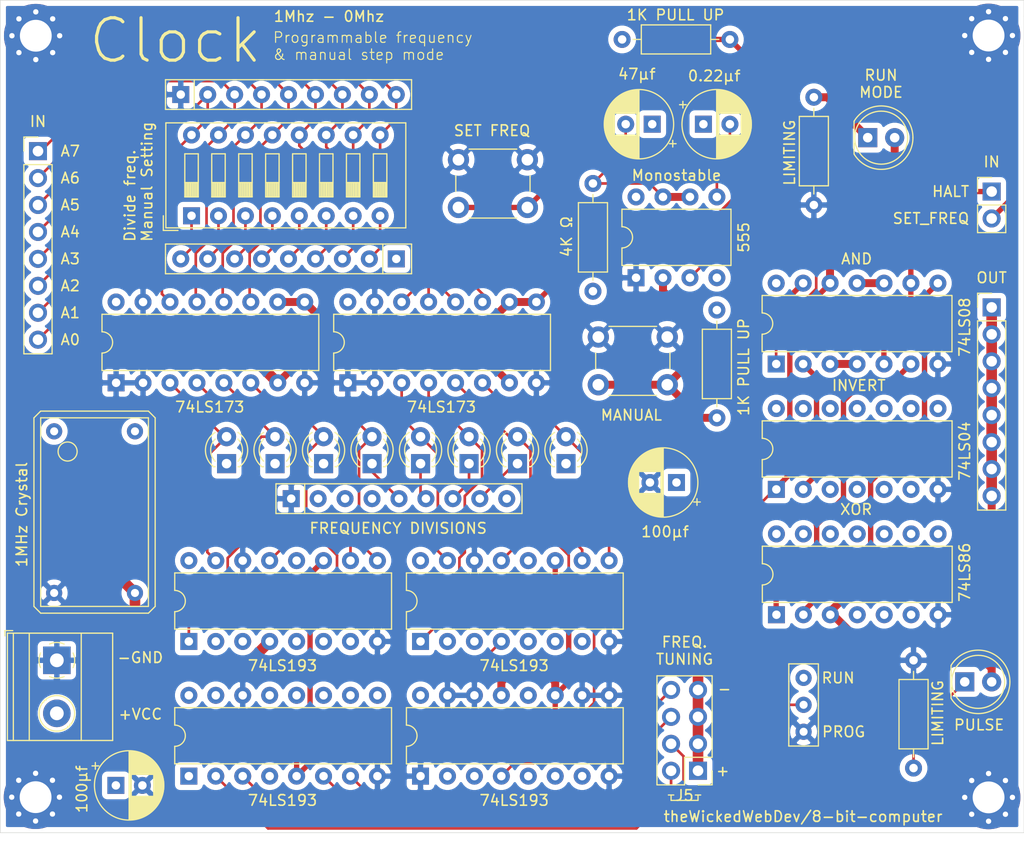
<source format=kicad_pcb>
(kicad_pcb (version 20171130) (host pcbnew "(5.1.9-0-10_14)")
  (layers (0 F.Cu signal) (1 In1.Cu signal) (2 In2.Cu signal hide) (31 B.Cu signal hide) (34 B.Paste user) (35 F.Paste user) (36 B.SilkS user) (37 F.SilkS user) (38 B.Mask user) (39 F.Mask user) (44 Edge.Cuts user))
  (net 0 "")
  (net 1 GND)
  (net 2 "Net-(U4-Pad7)")
  (net 3 "Net-(U4-Pad6)")
  (net 4 "Net-(U4-Pad12)")
  (net 5 "Net-(U4-Pad3)")
  (net 6 "Net-(U4-Pad2)")
  (net 7 "Net-(U5-Pad12)")
  (net 8 "Net-(U6-Pad12)")
  (net 9 "Net-(D1-Pad1)")
  (net 10 "Net-(U8-Pad2)")
  (net 11 "Net-(U10-Pad1)")
  (net 12 "Net-(U9-Pad10)")
  (net 13 "Net-(U9-Pad3)")
  (net 14 "Net-(U10-Pad2)")
  (net 15 "Net-(D2-Pad1)")
  (net 16 "Net-(D3-Pad1)")
  (net 17 "Net-(D4-Pad1)")
  (net 18 "Net-(D5-Pad1)")
  (net 19 "Net-(D6-Pad1)")
  (net 20 "Net-(D7-Pad1)")
  (net 21 "Net-(D8-Pad1)")
  (net 22 "Net-(RN2-Pad9)")
  (net 23 "Net-(RN2-Pad8)")
  (net 24 "Net-(RN2-Pad7)")
  (net 25 "Net-(RN2-Pad6)")
  (net 26 "Net-(RN2-Pad5)")
  (net 27 "Net-(RN2-Pad4)")
  (net 28 "Net-(RN2-Pad3)")
  (net 29 "Net-(RN2-Pad2)")
  (net 30 "Net-(U4-Pad13)")
  (net 31 "Net-(U5-Pad7)")
  (net 32 "Net-(U5-Pad6)")
  (net 33 "Net-(U5-Pad3)")
  (net 34 "Net-(U5-Pad2)")
  (net 35 "Net-(C3-Pad2)")
  (net 36 "Net-(C4-Pad2)")
  (net 37 "Net-(D9-Pad1)")
  (net 38 "Net-(D10-Pad1)")
  (net 39 "Net-(J5-Pad8)")
  (net 40 "Net-(J5-Pad6)")
  (net 41 "Net-(J5-Pad4)")
  (net 42 "Net-(J5-Pad2)")
  (net 43 "Net-(R3-Pad2)")
  (net 44 "Net-(U3-Pad1)")
  (net 45 "Net-(U4-Pad11)")
  (net 46 "Net-(U5-Pad13)")
  (net 47 "Net-(U6-Pad7)")
  (net 48 "Net-(U6-Pad6)")
  (net 49 "Net-(U6-Pad3)")
  (net 50 "Net-(U6-Pad2)")
  (net 51 "Net-(U7-Pad15)")
  (net 52 "Net-(U7-Pad13)")
  (net 53 "Net-(U7-Pad12)")
  (net 54 "Net-(U7-Pad10)")
  (net 55 "Net-(U7-Pad9)")
  (net 56 "Net-(U7-Pad1)")
  (net 57 VCC)
  (net 58 CLOCK_OUT)
  (net 59 BUS_08)
  (net 60 BUS_07)
  (net 61 BUS_06)
  (net 62 BUS_05)
  (net 63 BUS_04)
  (net 64 BUS_03)
  (net 65 BUS_02)
  (net 66 BUS_01)
  (net 67 SET_SPEED)
  (net 68 HALT)
  (net 69 1MHz_Pulse)
  (net 70 A0)
  (net 71 A1)
  (net 72 A2)
  (net 73 A3)
  (net 74 A4)
  (net 75 A5)
  (net 76 A6)
  (net 77 A7)
  (net 78 Frequency)
  (net 79 Monostable_Pulse)
  (net 80 MODE)
  (module MountingHole:MountingHole_3mm_Pad_Via (layer F.Cu) (at 66.83 99.01)
    (fp_text reference REF** hide)
    (fp_text value MountingHole_3mm_Pad_Via hide)
    (pad 1 thru_hole circle (at 0 0) (size 6 6) (drill 3) (layers *.Cu *.Mask))
    (pad 1 thru_hole circle (at 2.25 0) (size 0.8 0.8) (drill 0.5) (layers *.Cu *.Mask))
    (pad 1 thru_hole circle (at 1.59099 1.59099) (size 0.8 0.8) (drill 0.5) (layers *.Cu *.Mask))
    (pad 1 thru_hole circle (at 0 2.25) (size 0.8 0.8) (drill 0.5) (layers *.Cu *.Mask))
    (pad 1 thru_hole circle (at -1.59099 1.59099) (size 0.8 0.8) (drill 0.5) (layers *.Cu *.Mask))
    (pad 1 thru_hole circle (at -2.25 0) (size 0.8 0.8) (drill 0.5) (layers *.Cu *.Mask))
    (pad 1 thru_hole circle (at -1.59099 -1.59099) (size 0.8 0.8) (drill 0.5) (layers *.Cu *.Mask))
    (pad 1 thru_hole circle (at 0 -2.25) (size 0.8 0.8) (drill 0.5) (layers *.Cu *.Mask))
    (pad 1 thru_hole circle (at 1.59099 -1.59099) (size 0.8 0.8) (drill 0.5) (layers *.Cu *.Mask))
  )
  (module MountingHole:MountingHole_3mm_Pad_Via (layer F.Cu) (at 156.68 99.03)
    (fp_text reference REF** hide)
    (fp_text value MountingHole_3mm_Pad_Via hide)
    (pad 1 thru_hole circle (at 1.59099 -1.59099) (size 0.8 0.8) (drill 0.5) (layers *.Cu *.Mask))
    (pad 1 thru_hole circle (at 0 -2.25) (size 0.8 0.8) (drill 0.5) (layers *.Cu *.Mask))
    (pad 1 thru_hole circle (at -1.59099 -1.59099) (size 0.8 0.8) (drill 0.5) (layers *.Cu *.Mask))
    (pad 1 thru_hole circle (at -2.25 0) (size 0.8 0.8) (drill 0.5) (layers *.Cu *.Mask))
    (pad 1 thru_hole circle (at -1.59099 1.59099) (size 0.8 0.8) (drill 0.5) (layers *.Cu *.Mask))
    (pad 1 thru_hole circle (at 0 2.25) (size 0.8 0.8) (drill 0.5) (layers *.Cu *.Mask))
    (pad 1 thru_hole circle (at 1.59099 1.59099) (size 0.8 0.8) (drill 0.5) (layers *.Cu *.Mask))
    (pad 1 thru_hole circle (at 2.25 0) (size 0.8 0.8) (drill 0.5) (layers *.Cu *.Mask))
    (pad 1 thru_hole circle (at 0 0) (size 6 6) (drill 3) (layers *.Cu *.Mask))
  )
  (module MountingHole:MountingHole_3mm_Pad_Via (layer F.Cu) (at 156.68 27.2)
    (fp_text reference REF** hide)
    (fp_text value MountingHole_3mm_Pad_Via hide)
    (pad 1 thru_hole circle (at 0 0) (size 6 6) (drill 3) (layers *.Cu *.Mask))
    (pad 1 thru_hole circle (at 2.25 0) (size 0.8 0.8) (drill 0.5) (layers *.Cu *.Mask))
    (pad 1 thru_hole circle (at 1.59099 1.59099) (size 0.8 0.8) (drill 0.5) (layers *.Cu *.Mask))
    (pad 1 thru_hole circle (at 0 2.25) (size 0.8 0.8) (drill 0.5) (layers *.Cu *.Mask))
    (pad 1 thru_hole circle (at -1.59099 1.59099) (size 0.8 0.8) (drill 0.5) (layers *.Cu *.Mask))
    (pad 1 thru_hole circle (at -2.25 0) (size 0.8 0.8) (drill 0.5) (layers *.Cu *.Mask))
    (pad 1 thru_hole circle (at -1.59099 -1.59099) (size 0.8 0.8) (drill 0.5) (layers *.Cu *.Mask))
    (pad 1 thru_hole circle (at 0 -2.25) (size 0.8 0.8) (drill 0.5) (layers *.Cu *.Mask))
    (pad 1 thru_hole circle (at 1.59099 -1.59099) (size 0.8 0.8) (drill 0.5) (layers *.Cu *.Mask))
  )
  (module MountingHole:MountingHole_3mm_Pad_Via (layer F.Cu) (at 66.85 27.22)
    (fp_text reference REF** hide)
    (fp_text value MountingHole_3mm_Pad_Via hide)
    (pad 1 thru_hole circle (at 1.59099 -1.59099) (size 0.8 0.8) (drill 0.5) (layers *.Cu *.Mask))
    (pad 1 thru_hole circle (at 0 -2.25) (size 0.8 0.8) (drill 0.5) (layers *.Cu *.Mask))
    (pad 1 thru_hole circle (at -1.59099 -1.59099) (size 0.8 0.8) (drill 0.5) (layers *.Cu *.Mask))
    (pad 1 thru_hole circle (at -2.25 0) (size 0.8 0.8) (drill 0.5) (layers *.Cu *.Mask))
    (pad 1 thru_hole circle (at -1.59099 1.59099) (size 0.8 0.8) (drill 0.5) (layers *.Cu *.Mask))
    (pad 1 thru_hole circle (at 0 2.25) (size 0.8 0.8) (drill 0.5) (layers *.Cu *.Mask))
    (pad 1 thru_hole circle (at 1.59099 1.59099) (size 0.8 0.8) (drill 0.5) (layers *.Cu *.Mask))
    (pad 1 thru_hole circle (at 2.25 0) (size 0.8 0.8) (drill 0.5) (layers *.Cu *.Mask))
    (pad 1 thru_hole circle (at 0 0) (size 6 6) (drill 3) (layers *.Cu *.Mask))
  )
  (module Package_DIP:DIP-14_W7.62mm (layer F.Cu) (at 136.68 81.81 90)
    (fp_text reference U10 hide)
    (fp_text value 74LS86)
    (pad 14 thru_hole oval (at 7.62 0 90) (size 1.6 1.6) (drill 0.8) (layers *.Cu *.Mask) (net 57 VCC))
    (pad 7 thru_hole oval (at 0 15.24 90) (size 1.6 1.6) (drill 0.8) (layers *.Cu *.Mask) (net 1 GND))
    (pad 13 thru_hole oval (at 7.62 2.54 90) (size 1.6 1.6) (drill 0.8) (layers *.Cu *.Mask))
    (pad 6 thru_hole oval (at 0 12.7 90) (size 1.6 1.6) (drill 0.8) (layers *.Cu *.Mask))
    (pad 12 thru_hole oval (at 7.62 5.08 90) (size 1.6 1.6) (drill 0.8) (layers *.Cu *.Mask))
    (pad 5 thru_hole oval (at 0 10.16 90) (size 1.6 1.6) (drill 0.8) (layers *.Cu *.Mask))
    (pad 11 thru_hole oval (at 7.62 7.62 90) (size 1.6 1.6) (drill 0.8) (layers *.Cu *.Mask))
    (pad 4 thru_hole oval (at 0 7.62 90) (size 1.6 1.6) (drill 0.8) (layers *.Cu *.Mask))
    (pad 10 thru_hole oval (at 7.62 10.16 90) (size 1.6 1.6) (drill 0.8) (layers *.Cu *.Mask))
    (pad 3 thru_hole oval (at 0 5.08 90) (size 1.6 1.6) (drill 0.8) (layers *.Cu *.Mask) (net 58 CLOCK_OUT))
    (pad 9 thru_hole oval (at 7.62 12.7 90) (size 1.6 1.6) (drill 0.8) (layers *.Cu *.Mask))
    (pad 2 thru_hole oval (at 0 2.54 90) (size 1.6 1.6) (drill 0.8) (layers *.Cu *.Mask) (net 14 "Net-(U10-Pad2)"))
    (pad 8 thru_hole oval (at 7.62 15.24 90) (size 1.6 1.6) (drill 0.8) (layers *.Cu *.Mask))
    (pad 1 thru_hole rect (at 0 0 90) (size 1.6 1.6) (drill 0.8) (layers *.Cu *.Mask) (net 11 "Net-(U10-Pad1)"))
  )
  (module Package_DIP:DIP-14_W7.62mm (layer F.Cu) (at 136.66 58.17 90)
    (fp_text reference U9 hide)
    (fp_text value 74LS08 hide)
    (pad 14 thru_hole oval (at 7.62 0 90) (size 1.6 1.6) (drill 0.8) (layers *.Cu *.Mask) (net 57 VCC))
    (pad 7 thru_hole oval (at 0 15.24 90) (size 1.6 1.6) (drill 0.8) (layers *.Cu *.Mask) (net 1 GND))
    (pad 13 thru_hole oval (at 7.62 2.54 90) (size 1.6 1.6) (drill 0.8) (layers *.Cu *.Mask) (net 78 Frequency))
    (pad 6 thru_hole oval (at 0 12.7 90) (size 1.6 1.6) (drill 0.8) (layers *.Cu *.Mask) (net 11 "Net-(U10-Pad1)"))
    (pad 12 thru_hole oval (at 7.62 5.08 90) (size 1.6 1.6) (drill 0.8) (layers *.Cu *.Mask) (net 80 MODE))
    (pad 5 thru_hole oval (at 0 10.16 90) (size 1.6 1.6) (drill 0.8) (layers *.Cu *.Mask) (net 68 HALT))
    (pad 11 thru_hole oval (at 7.62 7.62 90) (size 1.6 1.6) (drill 0.8) (layers *.Cu *.Mask) (net 12 "Net-(U9-Pad10)"))
    (pad 4 thru_hole oval (at 0 7.62 90) (size 1.6 1.6) (drill 0.8) (layers *.Cu *.Mask) (net 13 "Net-(U9-Pad3)"))
    (pad 10 thru_hole oval (at 7.62 10.16 90) (size 1.6 1.6) (drill 0.8) (layers *.Cu *.Mask) (net 12 "Net-(U9-Pad10)"))
    (pad 3 thru_hole oval (at 0 5.08 90) (size 1.6 1.6) (drill 0.8) (layers *.Cu *.Mask) (net 13 "Net-(U9-Pad3)"))
    (pad 9 thru_hole oval (at 7.62 12.7 90) (size 1.6 1.6) (drill 0.8) (layers *.Cu *.Mask) (net 68 HALT))
    (pad 2 thru_hole oval (at 0 2.54 90) (size 1.6 1.6) (drill 0.8) (layers *.Cu *.Mask) (net 10 "Net-(U8-Pad2)"))
    (pad 8 thru_hole oval (at 7.62 15.24 90) (size 1.6 1.6) (drill 0.8) (layers *.Cu *.Mask) (net 14 "Net-(U10-Pad2)"))
    (pad 1 thru_hole rect (at 0 0 90) (size 1.6 1.6) (drill 0.8) (layers *.Cu *.Mask) (net 79 Monostable_Pulse))
  )
  (module Package_DIP:DIP-14_W7.62mm (layer F.Cu) (at 136.67 69.99 90)
    (fp_text reference U8 hide)
    (fp_text value 74LS04)
    (pad 14 thru_hole oval (at 7.62 0 90) (size 1.6 1.6) (drill 0.8) (layers *.Cu *.Mask) (net 57 VCC))
    (pad 7 thru_hole oval (at 0 15.24 90) (size 1.6 1.6) (drill 0.8) (layers *.Cu *.Mask) (net 1 GND))
    (pad 13 thru_hole oval (at 7.62 2.54 90) (size 1.6 1.6) (drill 0.8) (layers *.Cu *.Mask))
    (pad 6 thru_hole oval (at 0 12.7 90) (size 1.6 1.6) (drill 0.8) (layers *.Cu *.Mask))
    (pad 12 thru_hole oval (at 7.62 5.08 90) (size 1.6 1.6) (drill 0.8) (layers *.Cu *.Mask))
    (pad 5 thru_hole oval (at 0 10.16 90) (size 1.6 1.6) (drill 0.8) (layers *.Cu *.Mask))
    (pad 11 thru_hole oval (at 7.62 7.62 90) (size 1.6 1.6) (drill 0.8) (layers *.Cu *.Mask))
    (pad 4 thru_hole oval (at 0 7.62 90) (size 1.6 1.6) (drill 0.8) (layers *.Cu *.Mask))
    (pad 10 thru_hole oval (at 7.62 10.16 90) (size 1.6 1.6) (drill 0.8) (layers *.Cu *.Mask))
    (pad 3 thru_hole oval (at 0 5.08 90) (size 1.6 1.6) (drill 0.8) (layers *.Cu *.Mask))
    (pad 9 thru_hole oval (at 7.62 12.7 90) (size 1.6 1.6) (drill 0.8) (layers *.Cu *.Mask))
    (pad 2 thru_hole oval (at 0 2.54 90) (size 1.6 1.6) (drill 0.8) (layers *.Cu *.Mask) (net 10 "Net-(U8-Pad2)"))
    (pad 8 thru_hole oval (at 7.62 15.24 90) (size 1.6 1.6) (drill 0.8) (layers *.Cu *.Mask))
    (pad 1 thru_hole rect (at 0 0 90) (size 1.6 1.6) (drill 0.8) (layers *.Cu *.Mask) (net 80 MODE))
  )
  (module Button_Switch_THT:SW_PUSH_6mm (layer F.Cu) (at 106.7 38.91)
    (fp_text reference SW2 hide)
    (fp_text value SW_Push hide)
    (pad 1 thru_hole circle (at 6.5 0 90) (size 2 2) (drill 1.1) (layers *.Cu *.Mask) (net 1 GND))
    (pad 2 thru_hole circle (at 6.5 4.5 90) (size 2 2) (drill 1.1) (layers *.Cu *.Mask) (net 67 SET_SPEED))
    (pad 1 thru_hole circle (at 0 0 90) (size 2 2) (drill 1.1) (layers *.Cu *.Mask) (net 1 GND))
    (pad 2 thru_hole circle (at 0 4.5 90) (size 2 2) (drill 1.1) (layers *.Cu *.Mask) (net 67 SET_SPEED))
  )
  (module Resistor_THT:R_Axial_DIN0207_L6.3mm_D2.5mm_P10.16mm_Horizontal (layer F.Cu) (at 122.13 27.57)
    (fp_text reference R1 hide)
    (fp_text value R_Small_US hide)
    (pad 2 thru_hole oval (at 10.16 0) (size 1.6 1.6) (drill 0.8) (layers *.Cu *.Mask) (net 67 SET_SPEED))
    (pad 1 thru_hole circle (at 0 0) (size 1.6 1.6) (drill 0.8) (layers *.Cu *.Mask) (net 57 VCC))
  )
  (module 8-bit-diy-computer:SPDT-SlideSwitch (layer F.Cu) (at 139.9 90.1 90)
    (fp_text reference SW4 hide)
    (fp_text value SW_SPDT hide)
    (pad 3 thru_hole circle (at 2.3368 -0.6604 90) (size 1.524 1.524) (drill 0.762) (layers *.Cu *.Mask) (net 57 VCC))
    (pad 2 thru_hole circle (at -0.2032 -0.6604 90) (size 1.524 1.524) (drill 0.762) (layers *.Cu *.Mask) (net 80 MODE))
    (pad 1 thru_hole circle (at -2.7432 -0.6604 90) (size 1.524 1.524) (drill 0.762) (layers *.Cu *.Mask) (net 1 GND))
  )
  (module Connector_PinHeader_2.54mm:PinHeader_2x04_P2.54mm_Vertical (layer F.Cu) (at 129.286 96.52 180)
    (fp_text reference J5 (at 1.27 -2.33) (layer F.SilkS))
    (fp_text value Conn_01x04)
    (pad 8 thru_hole oval (at 2.54 7.62 180) (size 1.7 1.7) (drill 1) (layers *.Cu *.Mask) (net 39 "Net-(J5-Pad8)"))
    (pad 7 thru_hole oval (at 0 7.62 180) (size 1.7 1.7) (drill 1) (layers *.Cu *.Mask) (net 78 Frequency))
    (pad 6 thru_hole oval (at 2.54 5.08 180) (size 1.7 1.7) (drill 1) (layers *.Cu *.Mask) (net 40 "Net-(J5-Pad6)"))
    (pad 5 thru_hole oval (at 0 5.08 180) (size 1.7 1.7) (drill 1) (layers *.Cu *.Mask) (net 78 Frequency))
    (pad 4 thru_hole oval (at 2.54 2.54 180) (size 1.7 1.7) (drill 1) (layers *.Cu *.Mask) (net 41 "Net-(J5-Pad4)"))
    (pad 3 thru_hole oval (at 0 2.54 180) (size 1.7 1.7) (drill 1) (layers *.Cu *.Mask) (net 78 Frequency))
    (pad 2 thru_hole oval (at 2.54 0 180) (size 1.7 1.7) (drill 1) (layers *.Cu *.Mask) (net 42 "Net-(J5-Pad2)"))
    (pad 1 thru_hole rect (at 0 0 180) (size 1.7 1.7) (drill 1) (layers *.Cu *.Mask) (net 78 Frequency))
  )
  (module Capacitor_THT:CP_Radial_D6.3mm_P2.50mm (layer F.Cu) (at 74.4 97.9)
    (fp_text reference C2 hide)
    (fp_text value CP1)
    (pad 2 thru_hole circle (at 2.5 0) (size 1.6 1.6) (drill 0.8) (layers *.Cu *.Mask) (net 1 GND))
    (pad 1 thru_hole rect (at 0 0) (size 1.6 1.6) (drill 0.8) (layers *.Cu *.Mask) (net 57 VCC))
  )
  (module Capacitor_THT:CP_Radial_D6.3mm_P2.50mm (layer F.Cu) (at 127.254 69.342 180)
    (fp_text reference C1 hide)
    (fp_text value CP1)
    (pad 2 thru_hole circle (at 2.5 0 180) (size 1.6 1.6) (drill 0.8) (layers *.Cu *.Mask) (net 1 GND))
    (pad 1 thru_hole rect (at 0 0 180) (size 1.6 1.6) (drill 0.8) (layers *.Cu *.Mask) (net 57 VCC))
  )
  (module Package_DIP:DIP-16_W7.62mm (layer F.Cu) (at 96.266 59.944 90)
    (fp_text reference U2 hide)
    (fp_text value 74LS173 hide)
    (pad 16 thru_hole oval (at 7.62 0 90) (size 1.6 1.6) (drill 0.8) (layers *.Cu *.Mask) (net 57 VCC))
    (pad 8 thru_hole oval (at 0 17.78 90) (size 1.6 1.6) (drill 0.8) (layers *.Cu *.Mask) (net 1 GND))
    (pad 15 thru_hole oval (at 7.62 2.54 90) (size 1.6 1.6) (drill 0.8) (layers *.Cu *.Mask) (net 1 GND))
    (pad 7 thru_hole oval (at 0 15.24 90) (size 1.6 1.6) (drill 0.8) (layers *.Cu *.Mask) (net 69 1MHz_Pulse))
    (pad 14 thru_hole oval (at 7.62 5.08 90) (size 1.6 1.6) (drill 0.8) (layers *.Cu *.Mask) (net 63 BUS_04))
    (pad 6 thru_hole oval (at 0 12.7 90) (size 1.6 1.6) (drill 0.8) (layers *.Cu *.Mask) (net 77 A7))
    (pad 13 thru_hole oval (at 7.62 7.62 90) (size 1.6 1.6) (drill 0.8) (layers *.Cu *.Mask) (net 64 BUS_03))
    (pad 5 thru_hole oval (at 0 10.16 90) (size 1.6 1.6) (drill 0.8) (layers *.Cu *.Mask) (net 76 A6))
    (pad 12 thru_hole oval (at 7.62 10.16 90) (size 1.6 1.6) (drill 0.8) (layers *.Cu *.Mask) (net 65 BUS_02))
    (pad 4 thru_hole oval (at 0 7.62 90) (size 1.6 1.6) (drill 0.8) (layers *.Cu *.Mask) (net 75 A5))
    (pad 11 thru_hole oval (at 7.62 12.7 90) (size 1.6 1.6) (drill 0.8) (layers *.Cu *.Mask) (net 66 BUS_01))
    (pad 3 thru_hole oval (at 0 5.08 90) (size 1.6 1.6) (drill 0.8) (layers *.Cu *.Mask) (net 74 A4))
    (pad 10 thru_hole oval (at 7.62 15.24 90) (size 1.6 1.6) (drill 0.8) (layers *.Cu *.Mask) (net 67 SET_SPEED))
    (pad 2 thru_hole oval (at 0 2.54 90) (size 1.6 1.6) (drill 0.8) (layers *.Cu *.Mask) (net 1 GND))
    (pad 9 thru_hole oval (at 7.62 17.78 90) (size 1.6 1.6) (drill 0.8) (layers *.Cu *.Mask) (net 67 SET_SPEED))
    (pad 1 thru_hole rect (at 0 0 90) (size 1.6 1.6) (drill 0.8) (layers *.Cu *.Mask) (net 1 GND))
  )
  (module Package_DIP:DIP-8_W7.62mm (layer F.Cu) (at 123.444 50.038 90)
    (fp_text reference U11 hide)
    (fp_text value LM555xN hide)
    (pad 8 thru_hole oval (at 7.62 0 90) (size 1.6 1.6) (drill 0.8) (layers *.Cu *.Mask) (net 57 VCC))
    (pad 4 thru_hole oval (at 0 7.62 90) (size 1.6 1.6) (drill 0.8) (layers *.Cu *.Mask) (net 57 VCC))
    (pad 7 thru_hole oval (at 7.62 2.54 90) (size 1.6 1.6) (drill 0.8) (layers *.Cu *.Mask) (net 36 "Net-(C4-Pad2)"))
    (pad 3 thru_hole oval (at 0 5.08 90) (size 1.6 1.6) (drill 0.8) (layers *.Cu *.Mask) (net 79 Monostable_Pulse))
    (pad 6 thru_hole oval (at 7.62 5.08 90) (size 1.6 1.6) (drill 0.8) (layers *.Cu *.Mask) (net 36 "Net-(C4-Pad2)"))
    (pad 2 thru_hole oval (at 0 2.54 90) (size 1.6 1.6) (drill 0.8) (layers *.Cu *.Mask) (net 43 "Net-(R3-Pad2)"))
    (pad 5 thru_hole oval (at 7.62 7.62 90) (size 1.6 1.6) (drill 0.8) (layers *.Cu *.Mask) (net 35 "Net-(C3-Pad2)"))
    (pad 1 thru_hole rect (at 0 0 90) (size 1.6 1.6) (drill 0.8) (layers *.Cu *.Mask) (net 1 GND))
  )
  (module Package_DIP:DIP-16_W7.62mm (layer F.Cu) (at 81.28 97.028 90)
    (fp_text reference U7 hide)
    (fp_text value 74LS193 hide)
    (pad 16 thru_hole oval (at 7.62 0 90) (size 1.6 1.6) (drill 0.8) (layers *.Cu *.Mask) (net 57 VCC))
    (pad 8 thru_hole oval (at 0 17.78 90) (size 1.6 1.6) (drill 0.8) (layers *.Cu *.Mask) (net 1 GND))
    (pad 15 thru_hole oval (at 7.62 2.54 90) (size 1.6 1.6) (drill 0.8) (layers *.Cu *.Mask) (net 51 "Net-(U7-Pad15)"))
    (pad 7 thru_hole oval (at 0 15.24 90) (size 1.6 1.6) (drill 0.8) (layers *.Cu *.Mask) (net 39 "Net-(J5-Pad8)"))
    (pad 14 thru_hole oval (at 7.62 5.08 90) (size 1.6 1.6) (drill 0.8) (layers *.Cu *.Mask) (net 1 GND))
    (pad 6 thru_hole oval (at 0 12.7 90) (size 1.6 1.6) (drill 0.8) (layers *.Cu *.Mask) (net 40 "Net-(J5-Pad6)"))
    (pad 13 thru_hole oval (at 7.62 7.62 90) (size 1.6 1.6) (drill 0.8) (layers *.Cu *.Mask) (net 52 "Net-(U7-Pad13)"))
    (pad 5 thru_hole oval (at 0 10.16 90) (size 1.6 1.6) (drill 0.8) (layers *.Cu *.Mask) (net 45 "Net-(U4-Pad11)"))
    (pad 12 thru_hole oval (at 7.62 10.16 90) (size 1.6 1.6) (drill 0.8) (layers *.Cu *.Mask) (net 53 "Net-(U7-Pad12)"))
    (pad 4 thru_hole oval (at 0 7.62 90) (size 1.6 1.6) (drill 0.8) (layers *.Cu *.Mask) (net 57 VCC))
    (pad 11 thru_hole oval (at 7.62 12.7 90) (size 1.6 1.6) (drill 0.8) (layers *.Cu *.Mask) (net 57 VCC))
    (pad 3 thru_hole oval (at 0 5.08 90) (size 1.6 1.6) (drill 0.8) (layers *.Cu *.Mask) (net 42 "Net-(J5-Pad2)"))
    (pad 10 thru_hole oval (at 7.62 15.24 90) (size 1.6 1.6) (drill 0.8) (layers *.Cu *.Mask) (net 54 "Net-(U7-Pad10)"))
    (pad 2 thru_hole oval (at 0 2.54 90) (size 1.6 1.6) (drill 0.8) (layers *.Cu *.Mask) (net 41 "Net-(J5-Pad4)"))
    (pad 9 thru_hole oval (at 7.62 17.78 90) (size 1.6 1.6) (drill 0.8) (layers *.Cu *.Mask) (net 55 "Net-(U7-Pad9)"))
    (pad 1 thru_hole rect (at 0 0 90) (size 1.6 1.6) (drill 0.8) (layers *.Cu *.Mask) (net 56 "Net-(U7-Pad1)"))
  )
  (module Package_DIP:DIP-16_W7.62mm (layer F.Cu) (at 103.124 97.028 90)
    (fp_text reference U6 hide)
    (fp_text value 74LS193 hide)
    (pad 16 thru_hole oval (at 7.62 0 90) (size 1.6 1.6) (drill 0.8) (layers *.Cu *.Mask) (net 57 VCC))
    (pad 8 thru_hole oval (at 0 17.78 90) (size 1.6 1.6) (drill 0.8) (layers *.Cu *.Mask) (net 1 GND))
    (pad 15 thru_hole oval (at 7.62 2.54 90) (size 1.6 1.6) (drill 0.8) (layers *.Cu *.Mask) (net 1 GND))
    (pad 7 thru_hole oval (at 0 15.24 90) (size 1.6 1.6) (drill 0.8) (layers *.Cu *.Mask) (net 47 "Net-(U6-Pad7)"))
    (pad 14 thru_hole oval (at 7.62 5.08 90) (size 1.6 1.6) (drill 0.8) (layers *.Cu *.Mask) (net 1 GND))
    (pad 6 thru_hole oval (at 0 12.7 90) (size 1.6 1.6) (drill 0.8) (layers *.Cu *.Mask) (net 48 "Net-(U6-Pad6)"))
    (pad 13 thru_hole oval (at 7.62 7.62 90) (size 1.6 1.6) (drill 0.8) (layers *.Cu *.Mask) (net 45 "Net-(U4-Pad11)"))
    (pad 5 thru_hole oval (at 0 10.16 90) (size 1.6 1.6) (drill 0.8) (layers *.Cu *.Mask) (net 57 VCC))
    (pad 12 thru_hole oval (at 7.62 10.16 90) (size 1.6 1.6) (drill 0.8) (layers *.Cu *.Mask) (net 8 "Net-(U6-Pad12)"))
    (pad 4 thru_hole oval (at 0 7.62 90) (size 1.6 1.6) (drill 0.8) (layers *.Cu *.Mask) (net 46 "Net-(U5-Pad13)"))
    (pad 11 thru_hole oval (at 7.62 12.7 90) (size 1.6 1.6) (drill 0.8) (layers *.Cu *.Mask) (net 45 "Net-(U4-Pad11)"))
    (pad 3 thru_hole oval (at 0 5.08 90) (size 1.6 1.6) (drill 0.8) (layers *.Cu *.Mask) (net 49 "Net-(U6-Pad3)"))
    (pad 10 thru_hole oval (at 7.62 15.24 90) (size 1.6 1.6) (drill 0.8) (layers *.Cu *.Mask) (net 1 GND))
    (pad 2 thru_hole oval (at 0 2.54 90) (size 1.6 1.6) (drill 0.8) (layers *.Cu *.Mask) (net 50 "Net-(U6-Pad2)"))
    (pad 9 thru_hole oval (at 7.62 17.78 90) (size 1.6 1.6) (drill 0.8) (layers *.Cu *.Mask) (net 1 GND))
    (pad 1 thru_hole rect (at 0 0 90) (size 1.6 1.6) (drill 0.8) (layers *.Cu *.Mask) (net 1 GND))
  )
  (module Package_DIP:DIP-16_W7.62mm (layer F.Cu) (at 103.124 84.328 90)
    (fp_text reference U5 hide)
    (fp_text value 74LS193)
    (pad 16 thru_hole oval (at 7.62 0 90) (size 1.6 1.6) (drill 0.8) (layers *.Cu *.Mask) (net 57 VCC))
    (pad 8 thru_hole oval (at 0 17.78 90) (size 1.6 1.6) (drill 0.8) (layers *.Cu *.Mask) (net 1 GND))
    (pad 15 thru_hole oval (at 7.62 2.54 90) (size 1.6 1.6) (drill 0.8) (layers *.Cu *.Mask) (net 74 A4))
    (pad 7 thru_hole oval (at 0 15.24 90) (size 1.6 1.6) (drill 0.8) (layers *.Cu *.Mask) (net 31 "Net-(U5-Pad7)"))
    (pad 14 thru_hole oval (at 7.62 5.08 90) (size 1.6 1.6) (drill 0.8) (layers *.Cu *.Mask) (net 1 GND))
    (pad 6 thru_hole oval (at 0 12.7 90) (size 1.6 1.6) (drill 0.8) (layers *.Cu *.Mask) (net 32 "Net-(U5-Pad6)"))
    (pad 13 thru_hole oval (at 7.62 7.62 90) (size 1.6 1.6) (drill 0.8) (layers *.Cu *.Mask) (net 46 "Net-(U5-Pad13)"))
    (pad 5 thru_hole oval (at 0 10.16 90) (size 1.6 1.6) (drill 0.8) (layers *.Cu *.Mask) (net 57 VCC))
    (pad 12 thru_hole oval (at 7.62 10.16 90) (size 1.6 1.6) (drill 0.8) (layers *.Cu *.Mask) (net 7 "Net-(U5-Pad12)"))
    (pad 4 thru_hole oval (at 0 7.62 90) (size 1.6 1.6) (drill 0.8) (layers *.Cu *.Mask) (net 30 "Net-(U4-Pad13)"))
    (pad 11 thru_hole oval (at 7.62 12.7 90) (size 1.6 1.6) (drill 0.8) (layers *.Cu *.Mask) (net 45 "Net-(U4-Pad11)"))
    (pad 3 thru_hole oval (at 0 5.08 90) (size 1.6 1.6) (drill 0.8) (layers *.Cu *.Mask) (net 33 "Net-(U5-Pad3)"))
    (pad 10 thru_hole oval (at 7.62 15.24 90) (size 1.6 1.6) (drill 0.8) (layers *.Cu *.Mask) (net 76 A6))
    (pad 2 thru_hole oval (at 0 2.54 90) (size 1.6 1.6) (drill 0.8) (layers *.Cu *.Mask) (net 34 "Net-(U5-Pad2)"))
    (pad 9 thru_hole oval (at 7.62 17.78 90) (size 1.6 1.6) (drill 0.8) (layers *.Cu *.Mask) (net 77 A7))
    (pad 1 thru_hole rect (at 0 0 90) (size 1.6 1.6) (drill 0.8) (layers *.Cu *.Mask) (net 75 A5))
  )
  (module Package_DIP:DIP-16_W7.62mm (layer F.Cu) (at 74.422 59.944 90)
    (fp_text reference U1 hide)
    (fp_text value 74LS173 hide)
    (pad 16 thru_hole oval (at 7.62 0 90) (size 1.6 1.6) (drill 0.8) (layers *.Cu *.Mask) (net 57 VCC))
    (pad 8 thru_hole oval (at 0 17.78 90) (size 1.6 1.6) (drill 0.8) (layers *.Cu *.Mask) (net 1 GND))
    (pad 15 thru_hole oval (at 7.62 2.54 90) (size 1.6 1.6) (drill 0.8) (layers *.Cu *.Mask) (net 1 GND))
    (pad 7 thru_hole oval (at 0 15.24 90) (size 1.6 1.6) (drill 0.8) (layers *.Cu *.Mask) (net 69 1MHz_Pulse))
    (pad 14 thru_hole oval (at 7.62 5.08 90) (size 1.6 1.6) (drill 0.8) (layers *.Cu *.Mask) (net 59 BUS_08))
    (pad 6 thru_hole oval (at 0 12.7 90) (size 1.6 1.6) (drill 0.8) (layers *.Cu *.Mask) (net 73 A3))
    (pad 13 thru_hole oval (at 7.62 7.62 90) (size 1.6 1.6) (drill 0.8) (layers *.Cu *.Mask) (net 60 BUS_07))
    (pad 5 thru_hole oval (at 0 10.16 90) (size 1.6 1.6) (drill 0.8) (layers *.Cu *.Mask) (net 72 A2))
    (pad 12 thru_hole oval (at 7.62 10.16 90) (size 1.6 1.6) (drill 0.8) (layers *.Cu *.Mask) (net 61 BUS_06))
    (pad 4 thru_hole oval (at 0 7.62 90) (size 1.6 1.6) (drill 0.8) (layers *.Cu *.Mask) (net 71 A1))
    (pad 11 thru_hole oval (at 7.62 12.7 90) (size 1.6 1.6) (drill 0.8) (layers *.Cu *.Mask) (net 62 BUS_05))
    (pad 3 thru_hole oval (at 0 5.08 90) (size 1.6 1.6) (drill 0.8) (layers *.Cu *.Mask) (net 70 A0))
    (pad 10 thru_hole oval (at 7.62 15.24 90) (size 1.6 1.6) (drill 0.8) (layers *.Cu *.Mask) (net 67 SET_SPEED))
    (pad 2 thru_hole oval (at 0 2.54 90) (size 1.6 1.6) (drill 0.8) (layers *.Cu *.Mask) (net 1 GND))
    (pad 9 thru_hole oval (at 7.62 17.78 90) (size 1.6 1.6) (drill 0.8) (layers *.Cu *.Mask) (net 67 SET_SPEED))
    (pad 1 thru_hole rect (at 0 0 90) (size 1.6 1.6) (drill 0.8) (layers *.Cu *.Mask) (net 1 GND))
  )
  (module Package_DIP:DIP-16_W7.62mm (layer F.Cu) (at 81.28 84.328 90)
    (fp_text reference U4 hide)
    (fp_text value 74LS193)
    (pad 16 thru_hole oval (at 7.62 0 90) (size 1.6 1.6) (drill 0.8) (layers *.Cu *.Mask) (net 57 VCC))
    (pad 8 thru_hole oval (at 0 17.78 90) (size 1.6 1.6) (drill 0.8) (layers *.Cu *.Mask) (net 1 GND))
    (pad 15 thru_hole oval (at 7.62 2.54 90) (size 1.6 1.6) (drill 0.8) (layers *.Cu *.Mask) (net 70 A0))
    (pad 7 thru_hole oval (at 0 15.24 90) (size 1.6 1.6) (drill 0.8) (layers *.Cu *.Mask) (net 2 "Net-(U4-Pad7)"))
    (pad 14 thru_hole oval (at 7.62 5.08 90) (size 1.6 1.6) (drill 0.8) (layers *.Cu *.Mask) (net 1 GND))
    (pad 6 thru_hole oval (at 0 12.7 90) (size 1.6 1.6) (drill 0.8) (layers *.Cu *.Mask) (net 3 "Net-(U4-Pad6)"))
    (pad 13 thru_hole oval (at 7.62 7.62 90) (size 1.6 1.6) (drill 0.8) (layers *.Cu *.Mask) (net 30 "Net-(U4-Pad13)"))
    (pad 5 thru_hole oval (at 0 10.16 90) (size 1.6 1.6) (drill 0.8) (layers *.Cu *.Mask) (net 57 VCC))
    (pad 12 thru_hole oval (at 7.62 10.16 90) (size 1.6 1.6) (drill 0.8) (layers *.Cu *.Mask) (net 4 "Net-(U4-Pad12)"))
    (pad 4 thru_hole oval (at 0 7.62 90) (size 1.6 1.6) (drill 0.8) (layers *.Cu *.Mask) (net 69 1MHz_Pulse))
    (pad 11 thru_hole oval (at 7.62 12.7 90) (size 1.6 1.6) (drill 0.8) (layers *.Cu *.Mask) (net 45 "Net-(U4-Pad11)"))
    (pad 3 thru_hole oval (at 0 5.08 90) (size 1.6 1.6) (drill 0.8) (layers *.Cu *.Mask) (net 5 "Net-(U4-Pad3)"))
    (pad 10 thru_hole oval (at 7.62 15.24 90) (size 1.6 1.6) (drill 0.8) (layers *.Cu *.Mask) (net 72 A2))
    (pad 2 thru_hole oval (at 0 2.54 90) (size 1.6 1.6) (drill 0.8) (layers *.Cu *.Mask) (net 6 "Net-(U4-Pad2)"))
    (pad 9 thru_hole oval (at 7.62 17.78 90) (size 1.6 1.6) (drill 0.8) (layers *.Cu *.Mask) (net 73 A3))
    (pad 1 thru_hole rect (at 0 0 90) (size 1.6 1.6) (drill 0.8) (layers *.Cu *.Mask) (net 71 A1))
  )
  (module "8-bit-diy-computer:full_can _1mhz_crystal" (layer F.Cu) (at 76.2 64.516 270)
    (fp_text reference U3 hide)
    (fp_text value 4-pin-crystal-1mhz hide)
    (pad 8 thru_hole circle (at 15.24 0) (size 1.524 1.524) (drill 0.762) (layers *.Cu *.Mask) (net 69 1MHz_Pulse))
    (pad 7 thru_hole circle (at 15.24 7.62) (size 1.524 1.524) (drill 0.762) (layers *.Cu *.Mask) (net 1 GND))
    (pad 14 thru_hole circle (at 0 0) (size 1.524 1.524) (drill 0.762) (layers *.Cu *.Mask) (net 57 VCC))
    (pad 1 thru_hole circle (at 0 7.62) (size 1.524 1.524) (drill 0.762) (layers *.Cu *.Mask) (net 44 "Net-(U3-Pad1)"))
  )
  (module Button_Switch_THT:SW_DIP_SPSTx08_Slide_9.78x22.5mm_W7.62mm_P2.54mm (layer F.Cu) (at 81.534 44.196 90)
    (fp_text reference SW1 hide)
    (fp_text value SW_DIP_x08 hide)
    (pad 16 thru_hole oval (at 7.62 0 90) (size 1.6 1.6) (drill 0.8) (layers *.Cu *.Mask) (net 59 BUS_08))
    (pad 8 thru_hole oval (at 0 17.78 90) (size 1.6 1.6) (drill 0.8) (layers *.Cu *.Mask) (net 29 "Net-(RN2-Pad2)"))
    (pad 15 thru_hole oval (at 7.62 2.54 90) (size 1.6 1.6) (drill 0.8) (layers *.Cu *.Mask) (net 60 BUS_07))
    (pad 7 thru_hole oval (at 0 15.24 90) (size 1.6 1.6) (drill 0.8) (layers *.Cu *.Mask) (net 28 "Net-(RN2-Pad3)"))
    (pad 14 thru_hole oval (at 7.62 5.08 90) (size 1.6 1.6) (drill 0.8) (layers *.Cu *.Mask) (net 61 BUS_06))
    (pad 6 thru_hole oval (at 0 12.7 90) (size 1.6 1.6) (drill 0.8) (layers *.Cu *.Mask) (net 27 "Net-(RN2-Pad4)"))
    (pad 13 thru_hole oval (at 7.62 7.62 90) (size 1.6 1.6) (drill 0.8) (layers *.Cu *.Mask) (net 62 BUS_05))
    (pad 5 thru_hole oval (at 0 10.16 90) (size 1.6 1.6) (drill 0.8) (layers *.Cu *.Mask) (net 26 "Net-(RN2-Pad5)"))
    (pad 12 thru_hole oval (at 7.62 10.16 90) (size 1.6 1.6) (drill 0.8) (layers *.Cu *.Mask) (net 63 BUS_04))
    (pad 4 thru_hole oval (at 0 7.62 90) (size 1.6 1.6) (drill 0.8) (layers *.Cu *.Mask) (net 25 "Net-(RN2-Pad6)"))
    (pad 11 thru_hole oval (at 7.62 12.7 90) (size 1.6 1.6) (drill 0.8) (layers *.Cu *.Mask) (net 64 BUS_03))
    (pad 3 thru_hole oval (at 0 5.08 90) (size 1.6 1.6) (drill 0.8) (layers *.Cu *.Mask) (net 24 "Net-(RN2-Pad7)"))
    (pad 10 thru_hole oval (at 7.62 15.24 90) (size 1.6 1.6) (drill 0.8) (layers *.Cu *.Mask) (net 65 BUS_02))
    (pad 2 thru_hole oval (at 0 2.54 90) (size 1.6 1.6) (drill 0.8) (layers *.Cu *.Mask) (net 23 "Net-(RN2-Pad8)"))
    (pad 9 thru_hole oval (at 7.62 17.78 90) (size 1.6 1.6) (drill 0.8) (layers *.Cu *.Mask) (net 66 BUS_01))
    (pad 1 thru_hole rect (at 0 0 90) (size 1.6 1.6) (drill 0.8) (layers *.Cu *.Mask) (net 22 "Net-(RN2-Pad9)"))
  )
  (module Button_Switch_THT:SW_PUSH_6mm (layer F.Cu) (at 119.888 55.626)
    (fp_text reference SW3 hide)
    (fp_text value SW_Push hide)
    (pad 1 thru_hole circle (at 6.5 0 90) (size 2 2) (drill 1.1) (layers *.Cu *.Mask) (net 1 GND))
    (pad 2 thru_hole circle (at 6.5 4.5 90) (size 2 2) (drill 1.1) (layers *.Cu *.Mask) (net 43 "Net-(R3-Pad2)"))
    (pad 1 thru_hole circle (at 0 0 90) (size 2 2) (drill 1.1) (layers *.Cu *.Mask) (net 1 GND))
    (pad 2 thru_hole circle (at 0 4.5 90) (size 2 2) (drill 1.1) (layers *.Cu *.Mask) (net 43 "Net-(R3-Pad2)"))
  )
  (module Resistor_THT:R_Array_SIP9 (layer F.Cu) (at 90.932 70.866)
    (fp_text reference RN3 hide)
    (fp_text value R_Network08_US hide)
    (pad 9 thru_hole oval (at 20.32 0) (size 1.6 1.6) (drill 0.8) (layers *.Cu *.Mask) (net 21 "Net-(D8-Pad1)"))
    (pad 8 thru_hole oval (at 17.78 0) (size 1.6 1.6) (drill 0.8) (layers *.Cu *.Mask) (net 20 "Net-(D7-Pad1)"))
    (pad 7 thru_hole oval (at 15.24 0) (size 1.6 1.6) (drill 0.8) (layers *.Cu *.Mask) (net 19 "Net-(D6-Pad1)"))
    (pad 6 thru_hole oval (at 12.7 0) (size 1.6 1.6) (drill 0.8) (layers *.Cu *.Mask) (net 18 "Net-(D5-Pad1)"))
    (pad 5 thru_hole oval (at 10.16 0) (size 1.6 1.6) (drill 0.8) (layers *.Cu *.Mask) (net 17 "Net-(D4-Pad1)"))
    (pad 4 thru_hole oval (at 7.62 0) (size 1.6 1.6) (drill 0.8) (layers *.Cu *.Mask) (net 16 "Net-(D3-Pad1)"))
    (pad 3 thru_hole oval (at 5.08 0) (size 1.6 1.6) (drill 0.8) (layers *.Cu *.Mask) (net 15 "Net-(D2-Pad1)"))
    (pad 2 thru_hole oval (at 2.54 0) (size 1.6 1.6) (drill 0.8) (layers *.Cu *.Mask) (net 9 "Net-(D1-Pad1)"))
    (pad 1 thru_hole rect (at 0 0) (size 1.6 1.6) (drill 0.8) (layers *.Cu *.Mask) (net 1 GND))
  )
  (module Resistor_THT:R_Array_SIP9 (layer F.Cu) (at 100.838 48.26 180)
    (fp_text reference RN2 hide)
    (fp_text value R_Network08_US)
    (pad 9 thru_hole oval (at 20.32 0 180) (size 1.6 1.6) (drill 0.8) (layers *.Cu *.Mask) (net 22 "Net-(RN2-Pad9)"))
    (pad 8 thru_hole oval (at 17.78 0 180) (size 1.6 1.6) (drill 0.8) (layers *.Cu *.Mask) (net 23 "Net-(RN2-Pad8)"))
    (pad 7 thru_hole oval (at 15.24 0 180) (size 1.6 1.6) (drill 0.8) (layers *.Cu *.Mask) (net 24 "Net-(RN2-Pad7)"))
    (pad 6 thru_hole oval (at 12.7 0 180) (size 1.6 1.6) (drill 0.8) (layers *.Cu *.Mask) (net 25 "Net-(RN2-Pad6)"))
    (pad 5 thru_hole oval (at 10.16 0 180) (size 1.6 1.6) (drill 0.8) (layers *.Cu *.Mask) (net 26 "Net-(RN2-Pad5)"))
    (pad 4 thru_hole oval (at 7.62 0 180) (size 1.6 1.6) (drill 0.8) (layers *.Cu *.Mask) (net 27 "Net-(RN2-Pad4)"))
    (pad 3 thru_hole oval (at 5.08 0 180) (size 1.6 1.6) (drill 0.8) (layers *.Cu *.Mask) (net 28 "Net-(RN2-Pad3)"))
    (pad 2 thru_hole oval (at 2.54 0 180) (size 1.6 1.6) (drill 0.8) (layers *.Cu *.Mask) (net 29 "Net-(RN2-Pad2)"))
    (pad 1 thru_hole rect (at 0 0 180) (size 1.6 1.6) (drill 0.8) (layers *.Cu *.Mask) (net 57 VCC))
  )
  (module Resistor_THT:R_Array_SIP9 (layer F.Cu) (at 80.518 32.766)
    (fp_text reference RN1 hide)
    (fp_text value R_Network08_US hide)
    (pad 9 thru_hole oval (at 20.32 0) (size 1.6 1.6) (drill 0.8) (layers *.Cu *.Mask) (net 66 BUS_01))
    (pad 8 thru_hole oval (at 17.78 0) (size 1.6 1.6) (drill 0.8) (layers *.Cu *.Mask) (net 65 BUS_02))
    (pad 7 thru_hole oval (at 15.24 0) (size 1.6 1.6) (drill 0.8) (layers *.Cu *.Mask) (net 64 BUS_03))
    (pad 6 thru_hole oval (at 12.7 0) (size 1.6 1.6) (drill 0.8) (layers *.Cu *.Mask) (net 63 BUS_04))
    (pad 5 thru_hole oval (at 10.16 0) (size 1.6 1.6) (drill 0.8) (layers *.Cu *.Mask) (net 62 BUS_05))
    (pad 4 thru_hole oval (at 7.62 0) (size 1.6 1.6) (drill 0.8) (layers *.Cu *.Mask) (net 61 BUS_06))
    (pad 3 thru_hole oval (at 5.08 0) (size 1.6 1.6) (drill 0.8) (layers *.Cu *.Mask) (net 60 BUS_07))
    (pad 2 thru_hole oval (at 2.54 0) (size 1.6 1.6) (drill 0.8) (layers *.Cu *.Mask) (net 59 BUS_08))
    (pad 1 thru_hole rect (at 0 0) (size 1.6 1.6) (drill 0.8) (layers *.Cu *.Mask) (net 1 GND))
  )
  (module Resistor_THT:R_Axial_DIN0207_L6.3mm_D2.5mm_P10.16mm_Horizontal (layer F.Cu) (at 140.208 33.02 270)
    (fp_text reference R4 hide)
    (fp_text value R_Small_US hide)
    (pad 2 thru_hole oval (at 10.16 0 270) (size 1.6 1.6) (drill 0.8) (layers *.Cu *.Mask) (net 1 GND))
    (pad 1 thru_hole circle (at 0 0 270) (size 1.6 1.6) (drill 0.8) (layers *.Cu *.Mask) (net 37 "Net-(D9-Pad1)"))
  )
  (module Resistor_THT:R_Axial_DIN0207_L6.3mm_D2.5mm_P10.16mm_Horizontal (layer F.Cu) (at 149.606 96.266 90)
    (fp_text reference R5 hide)
    (fp_text value R_Small_US hide)
    (pad 2 thru_hole oval (at 10.16 0 90) (size 1.6 1.6) (drill 0.8) (layers *.Cu *.Mask) (net 1 GND))
    (pad 1 thru_hole circle (at 0 0 90) (size 1.6 1.6) (drill 0.8) (layers *.Cu *.Mask) (net 38 "Net-(D10-Pad1)"))
  )
  (module Resistor_THT:R_Axial_DIN0207_L6.3mm_D2.5mm_P10.16mm_Horizontal (layer F.Cu) (at 119.38 41.148 270)
    (fp_text reference R2 hide)
    (fp_text value R_Small_US hide)
    (pad 2 thru_hole oval (at 10.16 0 270) (size 1.6 1.6) (drill 0.8) (layers *.Cu *.Mask) (net 57 VCC))
    (pad 1 thru_hole circle (at 0 0 270) (size 1.6 1.6) (drill 0.8) (layers *.Cu *.Mask) (net 36 "Net-(C4-Pad2)"))
  )
  (module Resistor_THT:R_Axial_DIN0207_L6.3mm_D2.5mm_P10.16mm_Horizontal (layer F.Cu) (at 131.064 53.086 270)
    (fp_text reference R3 hide)
    (fp_text value R_Small_US hide)
    (pad 2 thru_hole oval (at 10.16 0 270) (size 1.6 1.6) (drill 0.8) (layers *.Cu *.Mask) (net 43 "Net-(R3-Pad2)"))
    (pad 1 thru_hole circle (at 0 0 270) (size 1.6 1.6) (drill 0.8) (layers *.Cu *.Mask) (net 57 VCC))
  )
  (module Connector_PinHeader_2.54mm:PinHeader_1x08_P2.54mm_Vertical (layer F.Cu) (at 156.972 52.832)
    (fp_text reference J2 hide)
    (fp_text value Conn_01x08 hide)
    (pad 8 thru_hole oval (at 0 17.78) (size 1.7 1.7) (drill 1) (layers *.Cu *.Mask) (net 58 CLOCK_OUT))
    (pad 7 thru_hole oval (at 0 15.24) (size 1.7 1.7) (drill 1) (layers *.Cu *.Mask) (net 58 CLOCK_OUT))
    (pad 6 thru_hole oval (at 0 12.7) (size 1.7 1.7) (drill 1) (layers *.Cu *.Mask) (net 58 CLOCK_OUT))
    (pad 5 thru_hole oval (at 0 10.16) (size 1.7 1.7) (drill 1) (layers *.Cu *.Mask) (net 58 CLOCK_OUT))
    (pad 4 thru_hole oval (at 0 7.62) (size 1.7 1.7) (drill 1) (layers *.Cu *.Mask) (net 58 CLOCK_OUT))
    (pad 3 thru_hole oval (at 0 5.08) (size 1.7 1.7) (drill 1) (layers *.Cu *.Mask) (net 58 CLOCK_OUT))
    (pad 2 thru_hole oval (at 0 2.54) (size 1.7 1.7) (drill 1) (layers *.Cu *.Mask) (net 58 CLOCK_OUT))
    (pad 1 thru_hole rect (at 0 0) (size 1.7 1.7) (drill 1) (layers *.Cu *.Mask) (net 58 CLOCK_OUT))
  )
  (module Connector_PinHeader_2.54mm:PinHeader_1x02_P2.54mm_Vertical (layer F.Cu) (at 156.972 41.91)
    (fp_text reference J3 hide)
    (fp_text value Conn_01x02 hide)
    (pad 2 thru_hole oval (at 0 2.54) (size 1.7 1.7) (drill 1) (layers *.Cu *.Mask) (net 67 SET_SPEED))
    (pad 1 thru_hole rect (at 0 0) (size 1.7 1.7) (drill 1) (layers *.Cu *.Mask) (net 68 HALT))
  )
  (module Connector_PinHeader_2.54mm:PinHeader_1x08_P2.54mm_Vertical (layer F.Cu) (at 67.056 38.1)
    (fp_text reference J1 hide)
    (fp_text value Conn_01x08 hide)
    (pad 8 thru_hole oval (at 0 17.78) (size 1.7 1.7) (drill 1) (layers *.Cu *.Mask) (net 59 BUS_08))
    (pad 7 thru_hole oval (at 0 15.24) (size 1.7 1.7) (drill 1) (layers *.Cu *.Mask) (net 60 BUS_07))
    (pad 6 thru_hole oval (at 0 12.7) (size 1.7 1.7) (drill 1) (layers *.Cu *.Mask) (net 61 BUS_06))
    (pad 5 thru_hole oval (at 0 10.16) (size 1.7 1.7) (drill 1) (layers *.Cu *.Mask) (net 62 BUS_05))
    (pad 4 thru_hole oval (at 0 7.62) (size 1.7 1.7) (drill 1) (layers *.Cu *.Mask) (net 63 BUS_04))
    (pad 3 thru_hole oval (at 0 5.08) (size 1.7 1.7) (drill 1) (layers *.Cu *.Mask) (net 64 BUS_03))
    (pad 2 thru_hole oval (at 0 2.54) (size 1.7 1.7) (drill 1) (layers *.Cu *.Mask) (net 65 BUS_02))
    (pad 1 thru_hole rect (at 0 0) (size 1.7 1.7) (drill 1) (layers *.Cu *.Mask) (net 66 BUS_01))
  )
  (module TerminalBlock_Phoenix:TerminalBlock_Phoenix_MKDS-1,5-2_1x02_P5.00mm_Horizontal (layer F.Cu) (at 68.834 86.106 270)
    (fp_text reference J4 hide)
    (fp_text value Screw_Terminal_01x02 hide)
    (pad 2 thru_hole circle (at 5 0 270) (size 2.6 2.6) (drill 1.3) (layers *.Cu *.Mask) (net 57 VCC))
    (pad 1 thru_hole rect (at 0 0 270) (size 2.6 2.6) (drill 1.3) (layers *.Cu *.Mask) (net 1 GND))
  )
  (module LED_THT:LED_D5.0mm (layer F.Cu) (at 154.432 88.138)
    (fp_text reference D10 hide)
    (fp_text value LED hide)
    (pad 2 thru_hole circle (at 2.54 0) (size 1.8 1.8) (drill 0.9) (layers *.Cu *.Mask) (net 58 CLOCK_OUT))
    (pad 1 thru_hole rect (at 0 0) (size 1.8 1.8) (drill 0.9) (layers *.Cu *.Mask) (net 38 "Net-(D10-Pad1)"))
  )
  (module LED_THT:LED_D3.0mm (layer F.Cu) (at 89.408 67.564 90)
    (fp_text reference D2 hide)
    (fp_text value LED)
    (pad 2 thru_hole circle (at 2.54 0 90) (size 1.8 1.8) (drill 0.9) (layers *.Cu *.Mask) (net 71 A1))
    (pad 1 thru_hole rect (at 0 0 90) (size 1.8 1.8) (drill 0.9) (layers *.Cu *.Mask) (net 15 "Net-(D2-Pad1)"))
  )
  (module LED_THT:LED_D3.0mm (layer F.Cu) (at 116.84 67.564 90)
    (fp_text reference D8 hide)
    (fp_text value LED)
    (pad 2 thru_hole circle (at 2.54 0 90) (size 1.8 1.8) (drill 0.9) (layers *.Cu *.Mask) (net 77 A7))
    (pad 1 thru_hole rect (at 0 0 90) (size 1.8 1.8) (drill 0.9) (layers *.Cu *.Mask) (net 21 "Net-(D8-Pad1)"))
  )
  (module LED_THT:LED_D3.0mm (layer F.Cu) (at 112.268 67.564 90)
    (fp_text reference D7 hide)
    (fp_text value LED)
    (pad 2 thru_hole circle (at 2.54 0 90) (size 1.8 1.8) (drill 0.9) (layers *.Cu *.Mask) (net 76 A6))
    (pad 1 thru_hole rect (at 0 0 90) (size 1.8 1.8) (drill 0.9) (layers *.Cu *.Mask) (net 20 "Net-(D7-Pad1)"))
  )
  (module LED_THT:LED_D3.0mm (layer F.Cu) (at 107.696 67.564 90)
    (fp_text reference D6 hide)
    (fp_text value LED)
    (pad 2 thru_hole circle (at 2.54 0 90) (size 1.8 1.8) (drill 0.9) (layers *.Cu *.Mask) (net 75 A5))
    (pad 1 thru_hole rect (at 0 0 90) (size 1.8 1.8) (drill 0.9) (layers *.Cu *.Mask) (net 19 "Net-(D6-Pad1)"))
  )
  (module LED_THT:LED_D3.0mm (layer F.Cu) (at 103.124 67.564 90)
    (fp_text reference D5 hide)
    (fp_text value LED)
    (pad 2 thru_hole circle (at 2.54 0 90) (size 1.8 1.8) (drill 0.9) (layers *.Cu *.Mask) (net 74 A4))
    (pad 1 thru_hole rect (at 0 0 90) (size 1.8 1.8) (drill 0.9) (layers *.Cu *.Mask) (net 18 "Net-(D5-Pad1)"))
  )
  (module LED_THT:LED_D3.0mm (layer F.Cu) (at 98.552 67.564 90)
    (fp_text reference D4 hide)
    (fp_text value LED)
    (pad 2 thru_hole circle (at 2.54 0 90) (size 1.8 1.8) (drill 0.9) (layers *.Cu *.Mask) (net 73 A3))
    (pad 1 thru_hole rect (at 0 0 90) (size 1.8 1.8) (drill 0.9) (layers *.Cu *.Mask) (net 17 "Net-(D4-Pad1)"))
  )
  (module LED_THT:LED_D3.0mm (layer F.Cu) (at 93.98 67.564 90)
    (fp_text reference D3 hide)
    (fp_text value LED)
    (pad 2 thru_hole circle (at 2.54 0 90) (size 1.8 1.8) (drill 0.9) (layers *.Cu *.Mask) (net 72 A2))
    (pad 1 thru_hole rect (at 0 0 90) (size 1.8 1.8) (drill 0.9) (layers *.Cu *.Mask) (net 16 "Net-(D3-Pad1)"))
  )
  (module LED_THT:LED_D5.0mm (layer F.Cu) (at 145.288 36.83)
    (fp_text reference D9 hide)
    (fp_text value LED)
    (pad 2 thru_hole circle (at 2.54 0) (size 1.8 1.8) (drill 0.9) (layers *.Cu *.Mask) (net 80 MODE))
    (pad 1 thru_hole rect (at 0 0) (size 1.8 1.8) (drill 0.9) (layers *.Cu *.Mask) (net 37 "Net-(D9-Pad1)"))
  )
  (module LED_THT:LED_D3.0mm (layer F.Cu) (at 84.836 67.564 90)
    (fp_text reference D1 hide)
    (fp_text value LED)
    (pad 2 thru_hole circle (at 2.54 0 90) (size 1.8 1.8) (drill 0.9) (layers *.Cu *.Mask) (net 70 A0))
    (pad 1 thru_hole rect (at 0 0 90) (size 1.8 1.8) (drill 0.9) (layers *.Cu *.Mask) (net 9 "Net-(D1-Pad1)"))
  )
  (module Capacitor_THT:CP_Radial_D6.3mm_P2.50mm (layer F.Cu) (at 124.968 35.56 180)
    (fp_text reference C4 hide)
    (fp_text value CP1 hide)
    (pad 2 thru_hole circle (at 2.5 0 180) (size 1.6 1.6) (drill 0.8) (layers *.Cu *.Mask) (net 36 "Net-(C4-Pad2)"))
    (pad 1 thru_hole rect (at 0 0 180) (size 1.6 1.6) (drill 0.8) (layers *.Cu *.Mask) (net 57 VCC))
  )
  (module Capacitor_THT:CP_Radial_D6.3mm_P2.50mm (layer F.Cu) (at 129.794 35.56)
    (fp_text reference C3 hide)
    (fp_text value CP1 hide)
    (pad 2 thru_hole circle (at 2.5 0) (size 1.6 1.6) (drill 0.8) (layers *.Cu *.Mask) (net 35 "Net-(C3-Pad2)"))
    (pad 1 thru_hole rect (at 0 0) (size 1.6 1.6) (drill 0.8) (layers *.Cu *.Mask) (net 57 VCC))
  )
  (gr_text "SET FREQ" (at 113.56 36.17) (layer F.SilkS) (effects (font (size 1 1)) (justify right)))
  (gr_text "1K PULL UP" (at 131.86 25.26) (layer F.SilkS) (effects (font (size 1 1)) (justify right)))
  (gr_text 100μf (at 71.2 95.92 90) (layer F.SilkS) (effects (font (size 1 1)) (justify right)))
  (gr_text 100μf (at 128.52 73.99) (layer F.SilkS) (effects (font (size 1 1)) (justify right)))
  (gr_text 0.22μf (at 133.39 31.01) (layer F.SilkS) (effects (font (size 1 1)) (justify right)))
  (gr_text 47μf (at 125.38 30.84) (layer F.SilkS) (effects (font (size 1 1)) (justify right)))
  (gr_text "4K Ω" (at 116.9 44.13 90) (layer F.SilkS) (effects (font (size 1 1)) (justify right)))
  (gr_text RUN (at 144.14 87.77) (layer F.SilkS) (effects (font (size 1 1)) (justify right)))
  (gr_line (start 127 98.806) (end 126.492 98.806) (layer F.SilkS) (width 0.12))
  (gr_line (start 126.746 99.314) (end 126.746 98.806) (layer F.SilkS) (width 0.12))
  (gr_line (start 129.286 99.314) (end 126.746 99.314) (layer F.SilkS) (width 0.12))
  (gr_line (start 129.286 98.806) (end 129.286 99.314) (layer F.SilkS) (width 0.12))
  (gr_line (start 129.032 98.806) (end 129.54 98.806) (layer F.SilkS) (width 0.12))
  (gr_text - (at 132.5 88.8) (layer F.SilkS) (effects (font (size 1 1)) (justify right)))
  (gr_text + (at 132.334 96.52) (layer F.SilkS) (effects (font (size 1 1)) (justify right)))
  (gr_text 74LS193 (at 115.316 99.314) (layer F.SilkS) (effects (font (size 1 1)) (justify right)))
  (gr_text 74LS193 (at 93.472 99.314) (layer F.SilkS) (effects (font (size 1 1)) (justify right)))
  (gr_text 74LS193 (at 115.316 86.614) (layer F.SilkS) (effects (font (size 1 1)) (justify right)))
  (gr_text 74LS193 (at 93.472 86.614) (layer F.SilkS) (effects (font (size 1 1)) (justify right)))
  (gr_text 74LS173 (at 108.458 62.23) (layer F.SilkS) (effects (font (size 1 1)) (justify right)))
  (gr_text 74LS173 (at 86.614 62.23) (layer F.SilkS) (effects (font (size 1 1)) (justify right)))
  (gr_text LIMITING (at 151.892 87.884 90) (layer F.SilkS) (effects (font (size 1 1)) (justify right)))
  (gr_text LIMITING (at 137.922 35.052 90) (layer F.SilkS) (effects (font (size 1 1)) (justify right)))
  (gr_text "1K PULL UP" (at 133.59 53.76 90) (layer F.SilkS) (effects (font (size 1 1)) (justify right)))
  (gr_text XOR (at 145.796 71.882) (layer F.SilkS) (effects (font (size 1 1)) (justify right)))
  (gr_text INVERT (at 147.066 60.198) (layer F.SilkS) (effects (font (size 1 1)) (justify right)))
  (gr_text AND (at 145.796 48.26) (layer F.SilkS) (effects (font (size 1 1)) (justify right)))
  (gr_text 74LS86 (at 154.432 74.93 90) (layer F.SilkS) (effects (font (size 1 1)) (justify right)))
  (gr_text 74LS04 (at 154.432 63.5 90) (layer F.SilkS) (effects (font (size 1 1)) (justify right)))
  (gr_text 74LS08 (at 154.432 51.816 90) (layer F.SilkS) (effects (font (size 1 1)) (justify right)))
  (gr_text "FREQ.\nTUNING" (at 128.016 85.2) (layer F.SilkS) (effects (font (size 1 1))))
  (gr_text IN (at 156.972 39.116) (layer F.SilkS) (effects (font (size 1 1))))
  (gr_text IN (at 67.056 35.306) (layer F.SilkS) (effects (font (size 1 1))))
  (gr_text Monostable (at 127.254 40.386) (layer F.SilkS) (effects (font (size 1 1))))
  (gr_text "Divide freq.\nManual Setting" (at 76.53 46.73 90) (layer F.SilkS) (effects (font (size 1 1)) (justify left)))
  (gr_line (start 160.02 23.876) (end 160.02 25.4) (layer Edge.Cuts) (width 0.05))
  (gr_line (start 63.5 25.4) (end 63.5 23.876) (layer Edge.Cuts) (width 0.05))
  (gr_line (start 160.02 25.4) (end 160.02 28.194) (layer Edge.Cuts) (width 0.05))
  (gr_line (start 63.5 25.4) (end 63.5 28.194) (layer Edge.Cuts) (width 0.05))
  (gr_text "FREQUENCY DIVISIONS" (at 109.474 73.66) (layer F.SilkS) (effects (font (size 1 1)) (justify right)))
  (gr_text A0 (at 70.104 55.88) (layer F.SilkS) (effects (font (size 1 1))))
  (gr_text A1 (at 70.104 53.34) (layer F.SilkS) (effects (font (size 1 1))))
  (gr_text A2 (at 70.104 50.8) (layer F.SilkS) (effects (font (size 1 1))))
  (gr_text A3 (at 70.104 48.26) (layer F.SilkS) (effects (font (size 1 1))))
  (gr_text A4 (at 70.104 45.72) (layer F.SilkS) (effects (font (size 1 1))))
  (gr_text A5 (at 70.104 43.18) (layer F.SilkS) (effects (font (size 1 1))))
  (gr_text A6 (at 70.104 40.64) (layer F.SilkS) (effects (font (size 1 1))))
  (gr_text A7 (at 70.104 38.1) (layer F.SilkS) (effects (font (size 1 1))))
  (gr_text "1Mhz - 0Mhz" (at 94.488 25.4) (layer F.SilkS) (effects (font (size 1 1))))
  (gr_text theWickedWebDev/8-bit-computer (at 139.192 100.838) (layer F.SilkS) (effects (font (size 1 1))))
  (gr_text "Programmable frequency\n& manual step mode" (at 89.154 28.194) (layer F.SilkS) (effects (font (size 1 1) (thickness 0.1)) (justify left)))
  (gr_text Clock (at 80.01 27.686) (layer F.SilkS) (effects (font (size 4 4) (thickness 0.3))))
  (gr_text "RUN\nMODE" (at 146.54 31.75) (layer F.SilkS) (effects (font (size 1 1))))
  (gr_text +VCC (at 76.708 91.186) (layer F.SilkS) (effects (font (size 1 1))))
  (gr_text -GND (at 76.708 85.852) (layer F.SilkS) (effects (font (size 1 1))))
  (gr_text 555 (at 133.604 44.704 90) (layer F.SilkS) (effects (font (size 1 1)) (justify right)))
  (gr_text OUT (at 158.496 50.038) (layer F.SilkS) (effects (font (size 1 1)) (justify right)))
  (gr_text "1MHz Crystal" (at 65.532 67.31 90) (layer F.SilkS) (effects (font (size 1 1)) (justify right)))
  (gr_text PULSE (at 158.242 92.202) (layer F.SilkS) (effects (font (size 1 1)) (justify right)))
  (gr_text PROG (at 145.14 92.85) (layer F.SilkS) (effects (font (size 1 1)) (justify right)))
  (gr_text MANUAL (at 125.984 62.992) (layer F.SilkS) (effects (font (size 1 1)) (justify right)))
  (gr_text SET_FREQ (at 154.94 44.45) (layer F.SilkS) (effects (font (size 1 1)) (justify right)))
  (gr_text HALT (at 154.94 41.91) (layer F.SilkS) (effects (font (size 1 1)) (justify right)))
  (gr_line (start 63.5 23.876) (end 67.31 23.876) (layer Edge.Cuts) (width 0.05))
  (gr_line (start 63.5 102.362) (end 63.5 28.194) (layer Edge.Cuts) (width 0.05))
  (gr_line (start 160.02 102.362) (end 63.5 102.362) (layer Edge.Cuts) (width 0.05))
  (gr_line (start 160.02 28.194) (end 160.02 102.362) (layer Edge.Cuts) (width 0.05))
  (gr_line (start 67.31 23.876) (end 160.02 23.876) (layer Edge.Cuts) (width 0.05))
  (segment (start 140.462 59.436) (end 139.192 58.166) (width 0.5) (layer F.Cu) (net 10))
  (segment (start 140.462 68.58) (end 140.462 59.436) (width 0.5) (layer F.Cu) (net 10))
  (segment (start 139.192 69.85) (end 140.462 68.58) (width 0.5) (layer F.Cu) (net 10))
  (segment (start 140.470001 76.191999) (end 136.652 80.01) (width 0.5) (layer F.Cu) (net 11))
  (segment (start 136.652 80.01) (end 136.652 81.534) (width 0.5) (layer F.Cu) (net 11))
  (segment (start 140.470001 73.381997) (end 140.470001 76.191999) (width 0.5) (layer F.Cu) (net 11))
  (segment (start 143.000001 70.795997) (end 140.442001 73.353997) (width 0.5) (layer F.Cu) (net 11))
  (segment (start 140.442001 73.353997) (end 140.470001 73.381997) (width 0.5) (layer F.Cu) (net 11))
  (segment (start 143.000001 61.651997) (end 143.000001 70.795997) (width 0.5) (layer F.Cu) (net 11))
  (segment (start 144.631998 60.02) (end 143.000001 61.651997) (width 0.5) (layer F.Cu) (net 11))
  (segment (start 147.498 60.02) (end 144.631998 60.02) (width 0.5) (layer F.Cu) (net 11))
  (segment (start 149.352 58.166) (end 147.498 60.02) (width 0.5) (layer F.Cu) (net 11))
  (segment (start 144.272 50.546) (end 146.812 50.546) (width 0.75) (layer F.Cu) (net 12))
  (segment (start 141.732 58.166) (end 144.272 58.166) (width 0.75) (layer F.Cu) (net 13))
  (segment (start 145.561999 69.249999) (end 145.561999 75.164001) (width 0.5) (layer F.Cu) (net 14))
  (segment (start 145.561999 75.164001) (end 139.192 81.534) (width 0.5) (layer F.Cu) (net 14))
  (segment (start 150.641999 64.169999) (end 145.561999 69.249999) (width 0.5) (layer F.Cu) (net 14))
  (segment (start 150.641999 51.796001) (end 150.641999 64.169999) (width 0.5) (layer F.Cu) (net 14))
  (segment (start 151.892 50.546) (end 150.641999 51.796001) (width 0.5) (layer F.Cu) (net 14))
  (segment (start 98.552 68.326) (end 101.092 70.866) (width 0.25) (layer F.Cu) (net 17))
  (segment (start 98.552 67.564) (end 98.552 68.326) (width 0.25) (layer F.Cu) (net 17))
  (segment (start 103.124 70.358) (end 103.632 70.866) (width 0.25) (layer F.Cu) (net 18))
  (segment (start 103.124 67.564) (end 103.124 70.358) (width 0.25) (layer F.Cu) (net 18))
  (segment (start 107.696 69.342) (end 106.172 70.866) (width 0.25) (layer F.Cu) (net 19))
  (segment (start 107.696 67.564) (end 107.696 69.342) (width 0.25) (layer F.Cu) (net 19))
  (segment (start 112.014 67.564) (end 108.712 70.866) (width 0.25) (layer F.Cu) (net 20))
  (segment (start 112.268 67.564) (end 112.014 67.564) (width 0.25) (layer F.Cu) (net 20))
  (segment (start 81.534 47.244) (end 80.518 48.26) (width 0.25) (layer F.Cu) (net 22))
  (segment (start 81.534 44.196) (end 81.534 47.244) (width 0.25) (layer F.Cu) (net 22))
  (segment (start 84.074 47.244) (end 83.058 48.26) (width 0.25) (layer F.Cu) (net 23))
  (segment (start 84.074 44.196) (end 84.074 47.244) (width 0.25) (layer F.Cu) (net 23))
  (segment (start 86.614 47.244) (end 85.598 48.26) (width 0.25) (layer F.Cu) (net 24))
  (segment (start 86.614 44.196) (end 86.614 47.244) (width 0.25) (layer F.Cu) (net 24))
  (segment (start 89.154 47.244) (end 88.138 48.26) (width 0.25) (layer F.Cu) (net 25))
  (segment (start 89.154 44.196) (end 89.154 47.244) (width 0.25) (layer F.Cu) (net 25))
  (segment (start 91.694 47.244) (end 90.678 48.26) (width 0.25) (layer F.Cu) (net 26))
  (segment (start 91.694 44.196) (end 91.694 47.244) (width 0.25) (layer F.Cu) (net 26))
  (segment (start 94.234 47.244) (end 93.218 48.26) (width 0.25) (layer F.Cu) (net 27))
  (segment (start 94.234 44.196) (end 94.234 47.244) (width 0.25) (layer F.Cu) (net 27))
  (segment (start 96.774 47.244) (end 95.758 48.26) (width 0.25) (layer F.Cu) (net 28))
  (segment (start 96.774 44.196) (end 96.774 47.244) (width 0.25) (layer F.Cu) (net 28))
  (segment (start 99.314 47.244) (end 98.298 48.26) (width 0.25) (layer F.Cu) (net 29))
  (segment (start 99.314 44.196) (end 99.314 47.244) (width 0.25) (layer F.Cu) (net 29))
  (segment (start 90.424 75.184) (end 88.9 76.708) (width 0.25) (layer F.Cu) (net 30))
  (segment (start 94.234 75.184) (end 90.424 75.184) (width 0.25) (layer F.Cu) (net 30))
  (segment (start 101.092 83.312) (end 95.25 77.47) (width 0.25) (layer F.Cu) (net 30))
  (segment (start 109.22 85.852) (end 101.854 85.852) (width 0.25) (layer F.Cu) (net 30))
  (segment (start 101.092 85.09) (end 101.092 83.312) (width 0.25) (layer F.Cu) (net 30))
  (segment (start 95.25 76.2) (end 94.234 75.184) (width 0.25) (layer F.Cu) (net 30))
  (segment (start 101.854 85.852) (end 101.092 85.09) (width 0.25) (layer F.Cu) (net 30))
  (segment (start 95.25 77.47) (end 95.25 76.2) (width 0.25) (layer F.Cu) (net 30))
  (segment (start 110.744 84.328) (end 109.22 85.852) (width 0.25) (layer F.Cu) (net 30))
  (segment (start 132.294 35.56) (end 132.294 37.886) (width 0.25) (layer F.Cu) (net 35))
  (segment (start 131.064 39.116) (end 131.064 42.418) (width 0.25) (layer F.Cu) (net 35))
  (segment (start 132.294 37.886) (end 131.064 39.116) (width 0.25) (layer F.Cu) (net 35))
  (segment (start 122.468 38.06) (end 119.38 41.148) (width 0.25) (layer F.Cu) (net 36))
  (segment (start 122.468 35.56) (end 122.468 38.06) (width 0.25) (layer F.Cu) (net 36))
  (segment (start 124.714 41.148) (end 119.38 41.148) (width 0.25) (layer F.Cu) (net 36))
  (segment (start 125.984 42.418) (end 124.714 41.148) (width 0.25) (layer F.Cu) (net 36))
  (segment (start 128.524 42.418) (end 125.984 42.418) (width 0.75) (layer F.Cu) (net 36))
  (segment (start 141.478 33.02) (end 145.288 36.83) (width 0.75) (layer F.Cu) (net 37))
  (segment (start 140.208 33.02) (end 141.478 33.02) (width 0.75) (layer F.Cu) (net 37))
  (segment (start 149.606 92.964) (end 154.432 88.138) (width 0.25) (layer F.Cu) (net 38))
  (segment (start 149.606 96.266) (end 149.606 92.964) (width 0.25) (layer F.Cu) (net 38))
  (segment (start 126.746 88.9) (end 124.517989 91.128011) (width 0.25) (layer F.Cu) (net 39))
  (segment (start 124.517989 91.128011) (end 124.517989 99.007655) (width 0.25) (layer F.Cu) (net 39))
  (segment (start 100.098042 100.606042) (end 96.52 97.028) (width 0.25) (layer F.Cu) (net 39))
  (segment (start 124.517989 99.007655) (end 122.919602 100.606042) (width 0.25) (layer F.Cu) (net 39))
  (segment (start 122.919602 100.606042) (end 100.098042 100.606042) (width 0.25) (layer F.Cu) (net 39))
  (segment (start 124.968 99.194055) (end 123.106002 101.056053) (width 0.25) (layer F.Cu) (net 40))
  (segment (start 126.746 91.44) (end 124.968 93.218) (width 0.25) (layer F.Cu) (net 40))
  (segment (start 124.968 93.218) (end 124.968 99.194055) (width 0.25) (layer F.Cu) (net 40))
  (segment (start 123.106002 101.056053) (end 98.008053 101.056053) (width 0.25) (layer F.Cu) (net 40))
  (segment (start 98.008053 101.056053) (end 93.98 97.028) (width 0.25) (layer F.Cu) (net 40))
  (segment (start 127.921001 97.513876) (end 123.478802 101.956075) (width 0.25) (layer F.Cu) (net 41))
  (segment (start 123.478802 101.956075) (end 88.748075 101.956075) (width 0.25) (layer F.Cu) (net 41))
  (segment (start 127.921001 95.155001) (end 127.921001 97.513876) (width 0.25) (layer F.Cu) (net 41))
  (segment (start 88.748075 101.956075) (end 83.82 97.028) (width 0.25) (layer F.Cu) (net 41))
  (segment (start 126.746 93.98) (end 127.921001 95.155001) (width 0.25) (layer F.Cu) (net 41))
  (segment (start 90.838064 101.506064) (end 86.36 97.028) (width 0.25) (layer F.Cu) (net 42))
  (segment (start 123.292402 101.506064) (end 90.838064 101.506064) (width 0.25) (layer F.Cu) (net 42))
  (segment (start 126.746 96.52) (end 126.746 98.052466) (width 0.25) (layer F.Cu) (net 42))
  (segment (start 126.746 98.052466) (end 123.292402 101.506064) (width 0.25) (layer F.Cu) (net 42))
  (segment (start 119.888 60.126) (end 126.388 60.126) (width 0.75) (layer F.Cu) (net 43))
  (segment (start 129.508 63.246) (end 126.388 60.126) (width 0.75) (layer F.Cu) (net 43))
  (segment (start 131.064 63.246) (end 129.508 63.246) (width 0.75) (layer F.Cu) (net 43))
  (segment (start 125.984 50.038) (end 125.984 51.308) (width 0.75) (layer F.Cu) (net 43))
  (segment (start 125.984 51.308) (end 128.524 53.848) (width 0.75) (layer F.Cu) (net 43))
  (segment (start 128.524 57.99) (end 126.388 60.126) (width 0.75) (layer F.Cu) (net 43))
  (segment (start 128.524 53.848) (end 128.524 57.99) (width 0.75) (layer F.Cu) (net 43))
  (segment (start 92.854999 95.613001) (end 91.44 97.028) (width 0.25) (layer F.Cu) (net 45))
  (segment (start 91.44 93.472) (end 91.44 97.028) (width 0.5) (layer F.Cu) (net 45))
  (segment (start 92.71 92.202) (end 91.44 93.472) (width 0.5) (layer F.Cu) (net 45))
  (segment (start 92.71 77.978) (end 92.71 92.202) (width 0.5) (layer F.Cu) (net 45))
  (segment (start 93.98 76.708) (end 92.71 77.978) (width 0.5) (layer F.Cu) (net 45))
  (segment (start 115.824 80.759409) (end 115.824 76.708) (width 0.5) (layer F.Cu) (net 45))
  (segment (start 117.094 88.138) (end 117.094 82.029409) (width 0.5) (layer F.Cu) (net 45))
  (segment (start 117.094 82.029409) (end 115.824 80.759409) (width 0.5) (layer F.Cu) (net 45))
  (segment (start 115.824 89.408) (end 117.094 88.138) (width 0.5) (layer F.Cu) (net 45))
  (segment (start 113.792 94.996) (end 93.472 94.996) (width 0.5) (layer F.Cu) (net 45))
  (segment (start 115.824 92.964) (end 113.792 94.996) (width 0.5) (layer F.Cu) (net 45))
  (segment (start 93.472 94.996) (end 91.44 97.028) (width 0.5) (layer F.Cu) (net 45))
  (segment (start 115.824 89.408) (end 115.824 92.964) (width 0.5) (layer F.Cu) (net 45))
  (segment (start 115.824 89.408) (end 115.824 88.138) (width 0.75) (layer F.Cu) (net 45))
  (segment (start 115.824 88.138) (end 115.316 87.63) (width 0.75) (layer F.Cu) (net 45))
  (segment (start 115.316 87.63) (end 111.252 87.63) (width 0.75) (layer F.Cu) (net 45))
  (segment (start 110.744 88.138) (end 110.744 89.408) (width 0.75) (layer F.Cu) (net 45))
  (segment (start 111.252 87.63) (end 110.744 88.138) (width 0.75) (layer F.Cu) (net 45))
  (segment (start 110.744 76.708) (end 112.268 75.184) (width 0.25) (layer F.Cu) (net 46))
  (segment (start 119.489001 82.151001) (end 119.489001 90.112187) (width 0.25) (layer F.Cu) (net 46))
  (segment (start 112.268 75.184) (end 116.078 75.184) (width 0.25) (layer F.Cu) (net 46))
  (segment (start 116.078 75.184) (end 117.094 76.2) (width 0.25) (layer F.Cu) (net 46))
  (segment (start 117.094 76.2) (end 117.094 79.756) (width 0.25) (layer F.Cu) (net 46))
  (segment (start 119.489001 90.112187) (end 113.776177 95.825011) (width 0.25) (layer F.Cu) (net 46))
  (segment (start 117.094 79.756) (end 119.489001 82.151001) (width 0.25) (layer F.Cu) (net 46))
  (segment (start 113.776177 95.825011) (end 111.946989 95.825011) (width 0.25) (layer F.Cu) (net 46))
  (segment (start 111.946989 95.825011) (end 110.744 97.028) (width 0.25) (layer F.Cu) (net 46))
  (segment (start 156.972 88.138) (end 156.972 86.868) (width 0.75) (layer F.Cu) (net 58))
  (segment (start 156.972 86.868) (end 154.178 84.074) (width 0.75) (layer F.Cu) (net 58))
  (segment (start 144.272 84.074) (end 141.732 81.534) (width 0.75) (layer F.Cu) (net 58))
  (segment (start 154.178 84.074) (end 144.272 84.074) (width 0.75) (layer F.Cu) (net 58))
  (segment (start 141.732 81.534) (end 143.764 79.502) (width 0.75) (layer F.Cu) (net 58))
  (segment (start 143.764 79.502) (end 154.432 79.502) (width 0.75) (layer F.Cu) (net 58))
  (segment (start 156.972 76.962) (end 156.972 70.612) (width 0.75) (layer F.Cu) (net 58))
  (segment (start 154.432 79.502) (end 156.972 76.962) (width 0.75) (layer F.Cu) (net 58))
  (segment (start 156.972 52.832) (end 156.972 70.612) (width 1) (layer F.Cu) (net 58))
  (segment (start 83.058 35.052) (end 81.534 36.576) (width 0.25) (layer F.Cu) (net 59))
  (segment (start 83.058 32.766) (end 83.058 35.052) (width 0.25) (layer F.Cu) (net 59))
  (segment (start 81.28 34.544) (end 83.058 32.766) (width 0.25) (layer F.Cu) (net 59))
  (segment (start 72.136 36.322) (end 73.914 34.544) (width 0.25) (layer F.Cu) (net 59))
  (segment (start 72.136 41.91) (end 72.136 36.322) (width 0.25) (layer F.Cu) (net 59))
  (segment (start 71.374 51.562) (end 71.374 42.672) (width 0.25) (layer F.Cu) (net 59))
  (segment (start 73.914 34.544) (end 81.28 34.544) (width 0.25) (layer F.Cu) (net 59))
  (segment (start 71.374 42.672) (end 72.136 41.91) (width 0.25) (layer F.Cu) (net 59))
  (segment (start 67.056 55.88) (end 71.374 51.562) (width 0.25) (layer F.Cu) (net 59))
  (segment (start 81.534 36.576) (end 78.74 39.37) (width 0.25) (layer F.Cu) (net 59))
  (segment (start 78.74 51.562) (end 79.502 52.324) (width 0.25) (layer F.Cu) (net 59))
  (segment (start 78.74 39.37) (end 78.74 51.562) (width 0.25) (layer F.Cu) (net 59))
  (segment (start 85.598 35.052) (end 84.074 36.576) (width 0.25) (layer F.Cu) (net 60))
  (segment (start 85.598 32.766) (end 85.598 35.052) (width 0.25) (layer F.Cu) (net 60))
  (segment (start 84.328 31.496) (end 85.598 32.766) (width 0.25) (layer F.Cu) (net 60))
  (segment (start 71.628 36.07646) (end 76.20846 31.496) (width 0.25) (layer F.Cu) (net 60))
  (segment (start 71.628 41.781589) (end 71.628 36.07646) (width 0.25) (layer F.Cu) (net 60))
  (segment (start 76.20846 31.496) (end 84.328 31.496) (width 0.25) (layer F.Cu) (net 60))
  (segment (start 70.923989 42.4856) (end 71.628 41.781589) (width 0.25) (layer F.Cu) (net 60))
  (segment (start 70.923989 49.472011) (end 70.923989 42.4856) (width 0.25) (layer F.Cu) (net 60))
  (segment (start 67.056 53.34) (end 70.923989 49.472011) (width 0.25) (layer F.Cu) (net 60))
  (segment (start 81.932999 52.214999) (end 82.042 52.324) (width 0.25) (layer F.Cu) (net 60))
  (segment (start 81.932999 47.719999) (end 81.932999 52.214999) (width 0.25) (layer F.Cu) (net 60))
  (segment (start 82.948999 46.703999) (end 81.932999 47.719999) (width 0.25) (layer F.Cu) (net 60))
  (segment (start 82.948999 37.701001) (end 82.948999 46.703999) (width 0.25) (layer F.Cu) (net 60))
  (segment (start 84.074 36.576) (end 82.948999 37.701001) (width 0.25) (layer F.Cu) (net 60))
  (segment (start 88.138 35.052) (end 86.614 36.576) (width 0.25) (layer F.Cu) (net 61))
  (segment (start 88.138 32.766) (end 88.138 35.052) (width 0.25) (layer F.Cu) (net 61))
  (segment (start 86.36 30.988) (end 88.138 32.766) (width 0.25) (layer F.Cu) (net 61))
  (segment (start 71.177989 41.595189) (end 71.177989 35.890061) (width 0.25) (layer F.Cu) (net 61))
  (segment (start 76.08005 30.988) (end 86.36 30.988) (width 0.25) (layer F.Cu) (net 61))
  (segment (start 67.056 50.8) (end 70.473978 47.382022) (width 0.25) (layer F.Cu) (net 61))
  (segment (start 70.473978 42.2992) (end 71.177989 41.595189) (width 0.25) (layer F.Cu) (net 61))
  (segment (start 70.473978 47.382022) (end 70.473978 42.2992) (width 0.25) (layer F.Cu) (net 61))
  (segment (start 71.177989 35.890061) (end 76.08005 30.988) (width 0.25) (layer F.Cu) (net 61))
  (segment (start 85.488999 46.703999) (end 84.472999 47.719999) (width 0.25) (layer F.Cu) (net 61))
  (segment (start 84.472999 52.214999) (end 84.582 52.324) (width 0.25) (layer F.Cu) (net 61))
  (segment (start 85.488999 37.701001) (end 85.488999 46.703999) (width 0.25) (layer F.Cu) (net 61))
  (segment (start 84.472999 47.719999) (end 84.472999 52.214999) (width 0.25) (layer F.Cu) (net 61))
  (segment (start 86.614 36.576) (end 85.488999 37.701001) (width 0.25) (layer F.Cu) (net 61))
  (segment (start 90.678 35.052) (end 89.154 36.576) (width 0.25) (layer F.Cu) (net 62))
  (segment (start 90.678 32.766) (end 90.678 35.052) (width 0.25) (layer F.Cu) (net 62))
  (segment (start 70.023967 45.292033) (end 70.023967 42.1128) (width 0.25) (layer F.Cu) (net 62))
  (segment (start 88.414044 30.502044) (end 90.678 32.766) (width 0.25) (layer F.Cu) (net 62))
  (segment (start 70.727978 35.703662) (end 75.929596 30.502044) (width 0.25) (layer F.Cu) (net 62))
  (segment (start 70.727978 41.408789) (end 70.727978 35.703662) (width 0.25) (layer F.Cu) (net 62))
  (segment (start 70.023967 42.1128) (end 70.727978 41.408789) (width 0.25) (layer F.Cu) (net 62))
  (segment (start 67.056 48.26) (end 70.023967 45.292033) (width 0.25) (layer F.Cu) (net 62))
  (segment (start 75.929596 30.502044) (end 88.414044 30.502044) (width 0.25) (layer F.Cu) (net 62))
  (segment (start 87.012999 52.214999) (end 87.122 52.324) (width 0.25) (layer F.Cu) (net 62))
  (segment (start 87.012999 47.719999) (end 87.012999 52.214999) (width 0.25) (layer F.Cu) (net 62))
  (segment (start 88.028999 37.701001) (end 88.028999 46.703999) (width 0.25) (layer F.Cu) (net 62))
  (segment (start 88.028999 46.703999) (end 87.012999 47.719999) (width 0.25) (layer F.Cu) (net 62))
  (segment (start 89.154 36.576) (end 88.028999 37.701001) (width 0.25) (layer F.Cu) (net 62))
  (segment (start 93.218 35.052) (end 91.694 36.576) (width 0.25) (layer F.Cu) (net 63))
  (segment (start 93.218 32.766) (end 93.218 35.052) (width 0.25) (layer F.Cu) (net 63))
  (segment (start 67.056 45.72) (end 69.573956 43.202044) (width 0.25) (layer F.Cu) (net 63))
  (segment (start 69.573956 41.9264) (end 70.277967 41.222389) (width 0.25) (layer F.Cu) (net 63))
  (segment (start 69.573956 43.202044) (end 69.573956 41.9264) (width 0.25) (layer F.Cu) (net 63))
  (segment (start 70.277967 35.517263) (end 75.743197 30.052033) (width 0.25) (layer F.Cu) (net 63))
  (segment (start 70.277967 41.222389) (end 70.277967 35.517263) (width 0.25) (layer F.Cu) (net 63))
  (segment (start 75.743197 30.052033) (end 90.504033 30.052033) (width 0.25) (layer F.Cu) (net 63))
  (segment (start 90.504033 30.052033) (end 93.218 32.766) (width 0.25) (layer F.Cu) (net 63))
  (segment (start 103.378 50.292) (end 101.346 52.324) (width 0.25) (layer F.Cu) (net 63))
  (segment (start 103.378 45.72) (end 103.378 50.292) (width 0.25) (layer F.Cu) (net 63))
  (segment (start 99.822 42.164) (end 103.378 45.72) (width 0.25) (layer F.Cu) (net 63))
  (segment (start 91.694 36.576) (end 91.694 37.592) (width 0.25) (layer F.Cu) (net 63))
  (segment (start 91.694 37.592) (end 93.472 39.37) (width 0.25) (layer F.Cu) (net 63))
  (segment (start 98.044 42.164) (end 99.822 42.164) (width 0.25) (layer F.Cu) (net 63))
  (segment (start 95.25 39.37) (end 98.044 42.164) (width 0.25) (layer F.Cu) (net 63))
  (segment (start 93.472 39.37) (end 95.25 39.37) (width 0.25) (layer F.Cu) (net 63))
  (segment (start 95.758 35.052) (end 94.234 36.576) (width 0.25) (layer F.Cu) (net 64))
  (segment (start 95.758 32.766) (end 95.758 35.052) (width 0.25) (layer F.Cu) (net 64))
  (segment (start 69.827956 40.408044) (end 69.827956 35.330864) (width 0.25) (layer F.Cu) (net 64))
  (segment (start 69.827956 35.330864) (end 75.556798 29.602022) (width 0.25) (layer F.Cu) (net 64))
  (segment (start 75.556798 29.602022) (end 92.594022 29.602022) (width 0.25) (layer F.Cu) (net 64))
  (segment (start 92.594022 29.602022) (end 95.758 32.766) (width 0.25) (layer F.Cu) (net 64))
  (segment (start 67.056 43.18) (end 69.827956 40.408044) (width 0.25) (layer F.Cu) (net 64))
  (segment (start 98.17241 41.656) (end 100.07318 41.656) (width 0.25) (layer F.Cu) (net 64))
  (segment (start 94.234 37.71759) (end 98.17241 41.656) (width 0.25) (layer F.Cu) (net 64))
  (segment (start 94.234 36.576) (end 94.234 37.71759) (width 0.25) (layer F.Cu) (net 64))
  (segment (start 100.07318 41.656) (end 103.886 45.46882) (width 0.25) (layer F.Cu) (net 64))
  (segment (start 103.886 45.46882) (end 103.886 52.324) (width 0.25) (layer F.Cu) (net 64))
  (segment (start 98.298 35.052) (end 96.774 36.576) (width 0.25) (layer F.Cu) (net 65))
  (segment (start 98.298 32.766) (end 98.298 35.052) (width 0.25) (layer F.Cu) (net 65))
  (segment (start 67.056 40.64) (end 69.377945 38.318055) (width 0.25) (layer F.Cu) (net 65))
  (segment (start 69.377945 35.144465) (end 75.370399 29.152011) (width 0.25) (layer F.Cu) (net 65))
  (segment (start 75.370399 29.152011) (end 94.684011 29.152011) (width 0.25) (layer F.Cu) (net 65))
  (segment (start 69.377945 38.318055) (end 69.377945 35.144465) (width 0.25) (layer F.Cu) (net 65))
  (segment (start 94.684011 29.152011) (end 98.298 32.766) (width 0.25) (layer F.Cu) (net 65))
  (segment (start 104.394 50.292) (end 106.426 52.324) (width 0.25) (layer F.Cu) (net 65))
  (segment (start 104.394 45.34041) (end 104.394 50.292) (width 0.25) (layer F.Cu) (net 65))
  (segment (start 98.30082 41.148) (end 100.20159 41.148) (width 0.25) (layer F.Cu) (net 65))
  (segment (start 100.20159 41.148) (end 104.394 45.34041) (width 0.25) (layer F.Cu) (net 65))
  (segment (start 96.774 39.621179) (end 98.30082 41.148) (width 0.25) (layer F.Cu) (net 65))
  (segment (start 96.774 36.576) (end 96.774 39.621179) (width 0.25) (layer F.Cu) (net 65))
  (segment (start 100.838 35.052) (end 99.314 36.576) (width 0.25) (layer F.Cu) (net 66))
  (segment (start 100.838 32.766) (end 100.838 35.052) (width 0.25) (layer F.Cu) (net 66))
  (segment (start 67.31 38.1) (end 67.056 38.1) (width 0.25) (layer F.Cu) (net 66))
  (segment (start 68.834 35.052) (end 68.834 36.576) (width 0.25) (layer F.Cu) (net 66))
  (segment (start 68.834 36.576) (end 67.31 38.1) (width 0.25) (layer F.Cu) (net 66))
  (segment (start 75.184 28.702) (end 68.834 35.052) (width 0.25) (layer F.Cu) (net 66))
  (segment (start 100.838 32.766) (end 96.774 28.702) (width 0.25) (layer F.Cu) (net 66))
  (segment (start 96.774 28.702) (end 75.184 28.702) (width 0.25) (layer F.Cu) (net 66))
  (segment (start 108.966 51.562) (end 108.966 52.324) (width 0.25) (layer F.Cu) (net 66))
  (segment (start 106.172 50.8) (end 108.204 50.8) (width 0.25) (layer F.Cu) (net 66))
  (segment (start 108.204 50.8) (end 108.966 51.562) (width 0.25) (layer F.Cu) (net 66))
  (segment (start 104.902 45.212) (end 104.902 49.53) (width 0.25) (layer F.Cu) (net 66))
  (segment (start 100.33 40.64) (end 104.902 45.212) (width 0.25) (layer F.Cu) (net 66))
  (segment (start 104.902 49.53) (end 106.172 50.8) (width 0.25) (layer F.Cu) (net 66))
  (segment (start 100.076 40.64) (end 100.33 40.64) (width 0.25) (layer F.Cu) (net 66))
  (segment (start 99.314 39.878) (end 100.076 40.64) (width 0.25) (layer F.Cu) (net 66))
  (segment (start 99.314 36.576) (end 99.314 39.878) (width 0.25) (layer F.Cu) (net 66))
  (segment (start 89.662 52.324) (end 92.202 52.324) (width 0.75) (layer F.Cu) (net 67))
  (segment (start 114.046 52.324) (end 111.506 52.324) (width 0.75) (layer F.Cu) (net 67))
  (segment (start 92.202 52.324) (end 93.98 54.102) (width 0.75) (layer F.Cu) (net 67))
  (segment (start 109.728 54.102) (end 111.506 52.324) (width 0.75) (layer F.Cu) (net 67))
  (segment (start 93.98 54.102) (end 109.728 54.102) (width 0.75) (layer F.Cu) (net 67))
  (segment (start 114.046 52.324) (end 119.38 46.99) (width 0.5) (layer F.Cu) (net 67))
  (segment (start 128.342002 46.99) (end 136.906 38.426002) (width 0.5) (layer F.Cu) (net 67))
  (segment (start 119.38 46.99) (end 128.342002 46.99) (width 0.5) (layer F.Cu) (net 67))
  (segment (start 136.906 38.426002) (end 136.906 32.766) (width 0.5) (layer F.Cu) (net 67))
  (segment (start 136.906 32.766) (end 138.938 30.734) (width 0.5) (layer F.Cu) (net 67))
  (segment (start 138.938 30.734) (end 148.336 30.734) (width 0.5) (layer F.Cu) (net 67))
  (segment (start 148.336 30.734) (end 154.686 37.084) (width 0.5) (layer F.Cu) (net 67))
  (segment (start 154.686 37.084) (end 157.226 37.084) (width 0.5) (layer F.Cu) (net 67))
  (segment (start 157.226 37.084) (end 159.004 38.862) (width 0.5) (layer F.Cu) (net 67))
  (segment (start 159.004 42.418) (end 156.972 44.45) (width 0.5) (layer F.Cu) (net 67))
  (segment (start 159.004 38.862) (end 159.004 42.418) (width 0.5) (layer F.Cu) (net 67))
  (segment (start 132.29 27.57) (end 128.83 27.57) (width 0.5) (layer F.Cu) (net 67))
  (segment (start 128.83 27.57) (end 125.37 31.03) (width 0.5) (layer F.Cu) (net 67))
  (segment (start 125.37 31.03) (end 120.65 31.03) (width 0.5) (layer F.Cu) (net 67))
  (segment (start 120.65 31.03) (end 115.93 35.75) (width 0.5) (layer F.Cu) (net 67))
  (segment (start 115.93 40.68) (end 113.2 43.41) (width 0.5) (layer F.Cu) (net 67))
  (segment (start 115.93 35.75) (end 115.93 40.68) (width 0.5) (layer F.Cu) (net 67))
  (segment (start 106.7 43.41) (end 113.2 43.41) (width 0.5) (layer F.Cu) (net 67))
  (segment (start 136.906 32.186) (end 136.906 32.766) (width 0.5) (layer F.Cu) (net 67))
  (segment (start 132.29 27.57) (end 136.906 32.186) (width 0.5) (layer F.Cu) (net 67))
  (segment (start 146.812 58.166) (end 146.812 56.134) (width 0.5) (layer F.Cu) (net 68))
  (segment (start 149.352 53.594) (end 149.352 50.546) (width 0.5) (layer F.Cu) (net 68))
  (segment (start 146.812 56.134) (end 149.352 53.594) (width 0.5) (layer F.Cu) (net 68))
  (segment (start 156.972 41.91) (end 154.432 41.91) (width 0.5) (layer F.Cu) (net 68))
  (segment (start 149.352 46.99) (end 149.352 50.546) (width 0.5) (layer F.Cu) (net 68))
  (segment (start 154.432 41.91) (end 149.352 46.99) (width 0.5) (layer F.Cu) (net 68))
  (segment (start 88.9 84.328) (end 86.614 86.614) (width 1) (layer F.Cu) (net 69))
  (segment (start 86.614 86.614) (end 79.756 86.614) (width 1) (layer F.Cu) (net 69))
  (segment (start 76.2 83.058) (end 76.2 79.756) (width 1) (layer F.Cu) (net 69))
  (segment (start 79.756 86.614) (end 76.2 83.058) (width 1) (layer F.Cu) (net 69))
  (segment (start 89.662 59.944) (end 91.694 57.912) (width 0.7) (layer F.Cu) (net 69))
  (segment (start 109.474 57.912) (end 111.506 59.944) (width 0.7) (layer F.Cu) (net 69))
  (segment (start 91.694 57.912) (end 109.474 57.912) (width 0.7) (layer F.Cu) (net 69))
  (segment (start 71.374 59.436) (end 71.374 74.93) (width 1) (layer F.Cu) (net 69))
  (segment (start 71.374 74.93) (end 76.2 79.756) (width 1) (layer F.Cu) (net 69))
  (segment (start 72.898 57.912) (end 71.374 59.436) (width 1) (layer F.Cu) (net 69))
  (segment (start 87.63 57.912) (end 72.898 57.912) (width 1) (layer F.Cu) (net 69))
  (segment (start 89.662 59.944) (end 87.63 57.912) (width 1) (layer F.Cu) (net 69))
  (segment (start 84.582 65.024) (end 84.836 65.024) (width 0.25) (layer F.Cu) (net 70))
  (segment (start 79.502 59.944) (end 84.582 65.024) (width 0.25) (layer F.Cu) (net 70))
  (segment (start 83.020001 75.908001) (end 83.82 76.708) (width 0.25) (layer F.Cu) (net 70))
  (segment (start 83.020001 66.839999) (end 83.020001 75.908001) (width 0.25) (layer F.Cu) (net 70))
  (segment (start 84.836 65.024) (end 83.020001 66.839999) (width 0.25) (layer F.Cu) (net 70))
  (segment (start 82.042 59.944) (end 85.344 63.246) (width 0.25) (layer F.Cu) (net 71))
  (segment (start 87.63 63.246) (end 89.408 65.024) (width 0.25) (layer F.Cu) (net 71))
  (segment (start 85.344 63.246) (end 87.63 63.246) (width 0.25) (layer F.Cu) (net 71))
  (segment (start 89.408 65.024) (end 88.138 65.024) (width 0.25) (layer F.Cu) (net 71))
  (segment (start 88.138 65.024) (end 87.122 66.04) (width 0.25) (layer F.Cu) (net 71))
  (segment (start 84.945001 76.457997) (end 84.945001 78.884999) (width 0.25) (layer F.Cu) (net 71))
  (segment (start 87.122 74.280998) (end 84.945001 76.457997) (width 0.25) (layer F.Cu) (net 71))
  (segment (start 87.122 66.04) (end 87.122 74.280998) (width 0.25) (layer F.Cu) (net 71))
  (segment (start 81.28 82.55) (end 81.28 84.328) (width 0.25) (layer F.Cu) (net 71))
  (segment (start 84.945001 78.884999) (end 81.28 82.55) (width 0.25) (layer F.Cu) (net 71))
  (segment (start 84.582 59.944) (end 84.96441 59.944) (width 0.25) (layer F.Cu) (net 72))
  (segment (start 92.346999 66.657001) (end 92.346999 72.280999) (width 0.25) (layer F.Cu) (net 72))
  (segment (start 93.98 65.024) (end 92.346999 66.657001) (width 0.25) (layer F.Cu) (net 72))
  (segment (start 92.346999 72.280999) (end 93.726 73.66) (width 0.25) (layer F.Cu) (net 72))
  (segment (start 93.726 73.66) (end 94.996 73.66) (width 0.25) (layer F.Cu) (net 72))
  (segment (start 96.52 75.184) (end 96.52 76.708) (width 0.25) (layer F.Cu) (net 72))
  (segment (start 94.996 73.66) (end 96.52 75.184) (width 0.25) (layer F.Cu) (net 72))
  (segment (start 84.582 59.944) (end 87.122 62.484) (width 0.25) (layer F.Cu) (net 72))
  (segment (start 91.44 62.484) (end 93.98 65.024) (width 0.25) (layer F.Cu) (net 72))
  (segment (start 87.122 62.484) (end 91.44 62.484) (width 0.25) (layer F.Cu) (net 72))
  (segment (start 97.326999 66.249001) (end 97.326999 74.974999) (width 0.25) (layer F.Cu) (net 73))
  (segment (start 97.326999 74.974999) (end 99.06 76.708) (width 0.25) (layer F.Cu) (net 73))
  (segment (start 98.552 65.024) (end 97.326999 66.249001) (width 0.25) (layer F.Cu) (net 73))
  (segment (start 87.122 59.944) (end 89.154 61.976) (width 0.25) (layer F.Cu) (net 73))
  (segment (start 95.504 61.976) (end 98.552 65.024) (width 0.25) (layer F.Cu) (net 73))
  (segment (start 89.154 61.976) (end 95.504 61.976) (width 0.25) (layer F.Cu) (net 73))
  (segment (start 104.757001 75.801001) (end 105.664 76.708) (width 0.25) (layer F.Cu) (net 74))
  (segment (start 104.757001 66.657001) (end 104.757001 75.801001) (width 0.25) (layer F.Cu) (net 74))
  (segment (start 103.124 65.024) (end 104.757001 66.657001) (width 0.25) (layer F.Cu) (net 74))
  (segment (start 101.346 63.246) (end 103.124 65.024) (width 0.25) (layer F.Cu) (net 74))
  (segment (start 101.346 59.944) (end 101.346 63.246) (width 0.25) (layer F.Cu) (net 74))
  (segment (start 106.789001 76.457997) (end 106.789001 80.662999) (width 0.25) (layer F.Cu) (net 75))
  (segment (start 107.297001 75.949997) (end 106.789001 76.457997) (width 0.25) (layer F.Cu) (net 75))
  (segment (start 107.297001 70.615997) (end 107.297001 75.949997) (width 0.25) (layer F.Cu) (net 75))
  (segment (start 106.789001 80.662999) (end 103.124 84.328) (width 0.25) (layer F.Cu) (net 75))
  (segment (start 108.921001 68.991997) (end 107.297001 70.615997) (width 0.25) (layer F.Cu) (net 75))
  (segment (start 108.921001 66.249001) (end 108.921001 68.991997) (width 0.25) (layer F.Cu) (net 75))
  (segment (start 107.696 65.024) (end 108.921001 66.249001) (width 0.25) (layer F.Cu) (net 75))
  (segment (start 103.886 61.214) (end 107.696 65.024) (width 0.25) (layer F.Cu) (net 75))
  (segment (start 103.886 59.944) (end 103.886 61.214) (width 0.25) (layer F.Cu) (net 75))
  (segment (start 113.493001 66.249001) (end 113.493001 70.821001) (width 0.25) (layer F.Cu) (net 76))
  (segment (start 112.268 65.024) (end 113.493001 66.249001) (width 0.25) (layer F.Cu) (net 76))
  (segment (start 118.364 75.692) (end 118.364 76.708) (width 0.25) (layer F.Cu) (net 76))
  (segment (start 113.493001 70.821001) (end 118.364 75.692) (width 0.25) (layer F.Cu) (net 76))
  (segment (start 111.506 65.024) (end 112.268 65.024) (width 0.25) (layer F.Cu) (net 76))
  (segment (start 106.426 59.944) (end 111.506 65.024) (width 0.25) (layer F.Cu) (net 76))
  (segment (start 120.904 69.088) (end 120.904 76.708) (width 0.25) (layer F.Cu) (net 77))
  (segment (start 116.84 65.024) (end 120.904 69.088) (width 0.25) (layer F.Cu) (net 77))
  (segment (start 108.966 59.944) (end 111.76 62.738) (width 0.25) (layer F.Cu) (net 77))
  (segment (start 114.554 62.738) (end 116.84 65.024) (width 0.25) (layer F.Cu) (net 77))
  (segment (start 111.76 62.738) (end 114.554 62.738) (width 0.25) (layer F.Cu) (net 77))
  (segment (start 129.286 78.74) (end 129.286 96.52) (width 1) (layer F.Cu) (net 78))
  (segment (start 139.192 50.546) (end 133.858 55.88) (width 0.5) (layer F.Cu) (net 78))
  (segment (start 133.858 55.88) (end 133.858 69.85) (width 0.5) (layer F.Cu) (net 78))
  (segment (start 129.286 74.422) (end 129.286 78.74) (width 0.5) (layer F.Cu) (net 78))
  (segment (start 133.858 69.85) (end 129.286 74.422) (width 0.5) (layer F.Cu) (net 78))
  (segment (start 140.43 51.08) (end 136.652 54.858) (width 0.25) (layer F.Cu) (net 79))
  (segment (start 136.652 54.858) (end 136.652 58.166) (width 0.25) (layer F.Cu) (net 79))
  (segment (start 140.43 49.752) (end 140.43 51.08) (width 0.25) (layer F.Cu) (net 79))
  (segment (start 138.938 48.26) (end 140.43 49.752) (width 0.25) (layer F.Cu) (net 79))
  (segment (start 128.524 50.038) (end 130.302 48.26) (width 0.25) (layer F.Cu) (net 79))
  (segment (start 130.302 48.26) (end 138.938 48.26) (width 0.25) (layer F.Cu) (net 79))
  (segment (start 147.828 36.83) (end 147.828 41.148) (width 0.75) (layer F.Cu) (net 80))
  (segment (start 141.732 47.244) (end 141.732 50.546) (width 0.75) (layer F.Cu) (net 80))
  (segment (start 147.828 41.148) (end 141.732 47.244) (width 0.75) (layer F.Cu) (net 80))
  (segment (start 136.6032 90.3032) (end 139.2396 90.3032) (width 0.25) (layer F.Cu) (net 80))
  (segment (start 134.112 87.812) (end 136.6032 90.3032) (width 0.25) (layer F.Cu) (net 80))
  (segment (start 134.112 72.39) (end 134.112 87.812) (width 0.25) (layer F.Cu) (net 80))
  (segment (start 136.652 69.85) (end 134.112 72.39) (width 0.25) (layer F.Cu) (net 80))
  (segment (start 141.732 50.546) (end 141.732 50.591188) (width 0.5) (layer F.Cu) (net 80))
  (segment (start 141.732 50.591188) (end 137.941999 54.381189) (width 0.5) (layer F.Cu) (net 80))
  (segment (start 137.941999 54.381189) (end 137.941999 68.560001) (width 0.5) (layer F.Cu) (net 80))
  (segment (start 137.941999 68.560001) (end 136.652 69.85) (width 0.5) (layer F.Cu) (net 80))
  (zone (net 1) (net_name GND) (layer B.Cu) (connect_pads (clearance 0.508)) (min_thickness 0.254) (fill yes (arc_segments 32) (thermal_gap 0.508) (thermal_bridge_width 0.508))
    (polygon (pts (xy 160.02 102.362) (xy 63.5 102.362) (xy 63.5 23.876) (xy 160.02 23.876)))
  )
)
</source>
